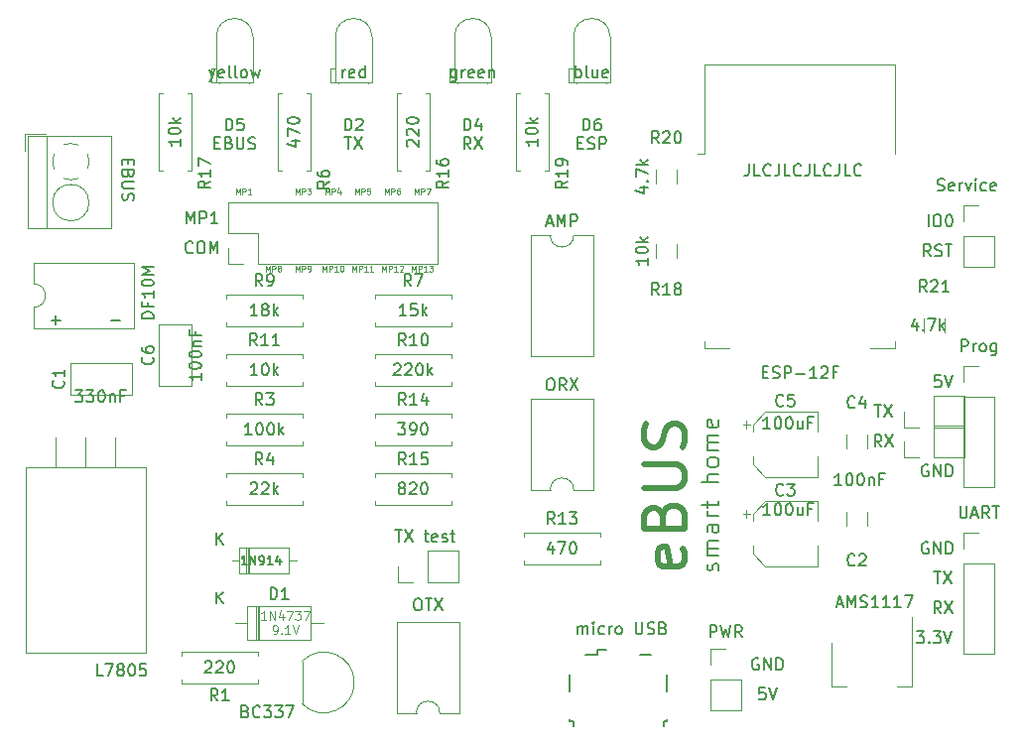
<source format=gbr>
%TF.GenerationSoftware,KiCad,Pcbnew,5.1.5+dfsg1-2build2*%
%TF.CreationDate,2021-10-28T20:34:33+02:00*%
%TF.ProjectId,ebus,65627573-2e6b-4696-9361-645f70636258,rev?*%
%TF.SameCoordinates,Original*%
%TF.FileFunction,Legend,Top*%
%TF.FilePolarity,Positive*%
%FSLAX46Y46*%
G04 Gerber Fmt 4.6, Leading zero omitted, Abs format (unit mm)*
G04 Created by KiCad (PCBNEW 5.1.5+dfsg1-2build2) date 2021-10-28 20:34:33*
%MOMM*%
%LPD*%
G04 APERTURE LIST*
%ADD10C,0.125000*%
%ADD11C,0.150000*%
%ADD12C,0.500000*%
%ADD13C,0.120000*%
G04 APERTURE END LIST*
D10*
X73529142Y-100810190D02*
X73529142Y-100310190D01*
X73695809Y-100667333D01*
X73862476Y-100310190D01*
X73862476Y-100810190D01*
X74100571Y-100810190D02*
X74100571Y-100310190D01*
X74291047Y-100310190D01*
X74338666Y-100334000D01*
X74362476Y-100357809D01*
X74386285Y-100405428D01*
X74386285Y-100476857D01*
X74362476Y-100524476D01*
X74338666Y-100548285D01*
X74291047Y-100572095D01*
X74100571Y-100572095D01*
X74862476Y-100810190D02*
X74576761Y-100810190D01*
X74719619Y-100810190D02*
X74719619Y-100310190D01*
X74672000Y-100381619D01*
X74624380Y-100429238D01*
X74576761Y-100453047D01*
X75029142Y-100310190D02*
X75338666Y-100310190D01*
X75172000Y-100500666D01*
X75243428Y-100500666D01*
X75291047Y-100524476D01*
X75314857Y-100548285D01*
X75338666Y-100595904D01*
X75338666Y-100714952D01*
X75314857Y-100762571D01*
X75291047Y-100786380D01*
X75243428Y-100810190D01*
X75100571Y-100810190D01*
X75052952Y-100786380D01*
X75029142Y-100762571D01*
X70989142Y-100810190D02*
X70989142Y-100310190D01*
X71155809Y-100667333D01*
X71322476Y-100310190D01*
X71322476Y-100810190D01*
X71560571Y-100810190D02*
X71560571Y-100310190D01*
X71751047Y-100310190D01*
X71798666Y-100334000D01*
X71822476Y-100357809D01*
X71846285Y-100405428D01*
X71846285Y-100476857D01*
X71822476Y-100524476D01*
X71798666Y-100548285D01*
X71751047Y-100572095D01*
X71560571Y-100572095D01*
X72322476Y-100810190D02*
X72036761Y-100810190D01*
X72179619Y-100810190D02*
X72179619Y-100310190D01*
X72132000Y-100381619D01*
X72084380Y-100429238D01*
X72036761Y-100453047D01*
X72512952Y-100357809D02*
X72536761Y-100334000D01*
X72584380Y-100310190D01*
X72703428Y-100310190D01*
X72751047Y-100334000D01*
X72774857Y-100357809D01*
X72798666Y-100405428D01*
X72798666Y-100453047D01*
X72774857Y-100524476D01*
X72489142Y-100810190D01*
X72798666Y-100810190D01*
X68449142Y-100810190D02*
X68449142Y-100310190D01*
X68615809Y-100667333D01*
X68782476Y-100310190D01*
X68782476Y-100810190D01*
X69020571Y-100810190D02*
X69020571Y-100310190D01*
X69211047Y-100310190D01*
X69258666Y-100334000D01*
X69282476Y-100357809D01*
X69306285Y-100405428D01*
X69306285Y-100476857D01*
X69282476Y-100524476D01*
X69258666Y-100548285D01*
X69211047Y-100572095D01*
X69020571Y-100572095D01*
X69782476Y-100810190D02*
X69496761Y-100810190D01*
X69639619Y-100810190D02*
X69639619Y-100310190D01*
X69592000Y-100381619D01*
X69544380Y-100429238D01*
X69496761Y-100453047D01*
X70258666Y-100810190D02*
X69972952Y-100810190D01*
X70115809Y-100810190D02*
X70115809Y-100310190D01*
X70068190Y-100381619D01*
X70020571Y-100429238D01*
X69972952Y-100453047D01*
X65909142Y-100810190D02*
X65909142Y-100310190D01*
X66075809Y-100667333D01*
X66242476Y-100310190D01*
X66242476Y-100810190D01*
X66480571Y-100810190D02*
X66480571Y-100310190D01*
X66671047Y-100310190D01*
X66718666Y-100334000D01*
X66742476Y-100357809D01*
X66766285Y-100405428D01*
X66766285Y-100476857D01*
X66742476Y-100524476D01*
X66718666Y-100548285D01*
X66671047Y-100572095D01*
X66480571Y-100572095D01*
X67242476Y-100810190D02*
X66956761Y-100810190D01*
X67099619Y-100810190D02*
X67099619Y-100310190D01*
X67052000Y-100381619D01*
X67004380Y-100429238D01*
X66956761Y-100453047D01*
X67552000Y-100310190D02*
X67599619Y-100310190D01*
X67647238Y-100334000D01*
X67671047Y-100357809D01*
X67694857Y-100405428D01*
X67718666Y-100500666D01*
X67718666Y-100619714D01*
X67694857Y-100714952D01*
X67671047Y-100762571D01*
X67647238Y-100786380D01*
X67599619Y-100810190D01*
X67552000Y-100810190D01*
X67504380Y-100786380D01*
X67480571Y-100762571D01*
X67456761Y-100714952D01*
X67432952Y-100619714D01*
X67432952Y-100500666D01*
X67456761Y-100405428D01*
X67480571Y-100357809D01*
X67504380Y-100334000D01*
X67552000Y-100310190D01*
X63607238Y-100810190D02*
X63607238Y-100310190D01*
X63773904Y-100667333D01*
X63940571Y-100310190D01*
X63940571Y-100810190D01*
X64178666Y-100810190D02*
X64178666Y-100310190D01*
X64369142Y-100310190D01*
X64416761Y-100334000D01*
X64440571Y-100357809D01*
X64464380Y-100405428D01*
X64464380Y-100476857D01*
X64440571Y-100524476D01*
X64416761Y-100548285D01*
X64369142Y-100572095D01*
X64178666Y-100572095D01*
X64702476Y-100810190D02*
X64797714Y-100810190D01*
X64845333Y-100786380D01*
X64869142Y-100762571D01*
X64916761Y-100691142D01*
X64940571Y-100595904D01*
X64940571Y-100405428D01*
X64916761Y-100357809D01*
X64892952Y-100334000D01*
X64845333Y-100310190D01*
X64750095Y-100310190D01*
X64702476Y-100334000D01*
X64678666Y-100357809D01*
X64654857Y-100405428D01*
X64654857Y-100524476D01*
X64678666Y-100572095D01*
X64702476Y-100595904D01*
X64750095Y-100619714D01*
X64845333Y-100619714D01*
X64892952Y-100595904D01*
X64916761Y-100572095D01*
X64940571Y-100524476D01*
X61067238Y-100810190D02*
X61067238Y-100310190D01*
X61233904Y-100667333D01*
X61400571Y-100310190D01*
X61400571Y-100810190D01*
X61638666Y-100810190D02*
X61638666Y-100310190D01*
X61829142Y-100310190D01*
X61876761Y-100334000D01*
X61900571Y-100357809D01*
X61924380Y-100405428D01*
X61924380Y-100476857D01*
X61900571Y-100524476D01*
X61876761Y-100548285D01*
X61829142Y-100572095D01*
X61638666Y-100572095D01*
X62210095Y-100524476D02*
X62162476Y-100500666D01*
X62138666Y-100476857D01*
X62114857Y-100429238D01*
X62114857Y-100405428D01*
X62138666Y-100357809D01*
X62162476Y-100334000D01*
X62210095Y-100310190D01*
X62305333Y-100310190D01*
X62352952Y-100334000D01*
X62376761Y-100357809D01*
X62400571Y-100405428D01*
X62400571Y-100429238D01*
X62376761Y-100476857D01*
X62352952Y-100500666D01*
X62305333Y-100524476D01*
X62210095Y-100524476D01*
X62162476Y-100548285D01*
X62138666Y-100572095D01*
X62114857Y-100619714D01*
X62114857Y-100714952D01*
X62138666Y-100762571D01*
X62162476Y-100786380D01*
X62210095Y-100810190D01*
X62305333Y-100810190D01*
X62352952Y-100786380D01*
X62376761Y-100762571D01*
X62400571Y-100714952D01*
X62400571Y-100619714D01*
X62376761Y-100572095D01*
X62352952Y-100548285D01*
X62305333Y-100524476D01*
X73767238Y-94206190D02*
X73767238Y-93706190D01*
X73933904Y-94063333D01*
X74100571Y-93706190D01*
X74100571Y-94206190D01*
X74338666Y-94206190D02*
X74338666Y-93706190D01*
X74529142Y-93706190D01*
X74576761Y-93730000D01*
X74600571Y-93753809D01*
X74624380Y-93801428D01*
X74624380Y-93872857D01*
X74600571Y-93920476D01*
X74576761Y-93944285D01*
X74529142Y-93968095D01*
X74338666Y-93968095D01*
X74791047Y-93706190D02*
X75124380Y-93706190D01*
X74910095Y-94206190D01*
X71227238Y-94206190D02*
X71227238Y-93706190D01*
X71393904Y-94063333D01*
X71560571Y-93706190D01*
X71560571Y-94206190D01*
X71798666Y-94206190D02*
X71798666Y-93706190D01*
X71989142Y-93706190D01*
X72036761Y-93730000D01*
X72060571Y-93753809D01*
X72084380Y-93801428D01*
X72084380Y-93872857D01*
X72060571Y-93920476D01*
X72036761Y-93944285D01*
X71989142Y-93968095D01*
X71798666Y-93968095D01*
X72512952Y-93706190D02*
X72417714Y-93706190D01*
X72370095Y-93730000D01*
X72346285Y-93753809D01*
X72298666Y-93825238D01*
X72274857Y-93920476D01*
X72274857Y-94110952D01*
X72298666Y-94158571D01*
X72322476Y-94182380D01*
X72370095Y-94206190D01*
X72465333Y-94206190D01*
X72512952Y-94182380D01*
X72536761Y-94158571D01*
X72560571Y-94110952D01*
X72560571Y-93991904D01*
X72536761Y-93944285D01*
X72512952Y-93920476D01*
X72465333Y-93896666D01*
X72370095Y-93896666D01*
X72322476Y-93920476D01*
X72298666Y-93944285D01*
X72274857Y-93991904D01*
X68687238Y-94206190D02*
X68687238Y-93706190D01*
X68853904Y-94063333D01*
X69020571Y-93706190D01*
X69020571Y-94206190D01*
X69258666Y-94206190D02*
X69258666Y-93706190D01*
X69449142Y-93706190D01*
X69496761Y-93730000D01*
X69520571Y-93753809D01*
X69544380Y-93801428D01*
X69544380Y-93872857D01*
X69520571Y-93920476D01*
X69496761Y-93944285D01*
X69449142Y-93968095D01*
X69258666Y-93968095D01*
X69996761Y-93706190D02*
X69758666Y-93706190D01*
X69734857Y-93944285D01*
X69758666Y-93920476D01*
X69806285Y-93896666D01*
X69925333Y-93896666D01*
X69972952Y-93920476D01*
X69996761Y-93944285D01*
X70020571Y-93991904D01*
X70020571Y-94110952D01*
X69996761Y-94158571D01*
X69972952Y-94182380D01*
X69925333Y-94206190D01*
X69806285Y-94206190D01*
X69758666Y-94182380D01*
X69734857Y-94158571D01*
X66147238Y-94206190D02*
X66147238Y-93706190D01*
X66313904Y-94063333D01*
X66480571Y-93706190D01*
X66480571Y-94206190D01*
X66718666Y-94206190D02*
X66718666Y-93706190D01*
X66909142Y-93706190D01*
X66956761Y-93730000D01*
X66980571Y-93753809D01*
X67004380Y-93801428D01*
X67004380Y-93872857D01*
X66980571Y-93920476D01*
X66956761Y-93944285D01*
X66909142Y-93968095D01*
X66718666Y-93968095D01*
X67432952Y-93872857D02*
X67432952Y-94206190D01*
X67313904Y-93682380D02*
X67194857Y-94039523D01*
X67504380Y-94039523D01*
X63607238Y-94206190D02*
X63607238Y-93706190D01*
X63773904Y-94063333D01*
X63940571Y-93706190D01*
X63940571Y-94206190D01*
X64178666Y-94206190D02*
X64178666Y-93706190D01*
X64369142Y-93706190D01*
X64416761Y-93730000D01*
X64440571Y-93753809D01*
X64464380Y-93801428D01*
X64464380Y-93872857D01*
X64440571Y-93920476D01*
X64416761Y-93944285D01*
X64369142Y-93968095D01*
X64178666Y-93968095D01*
X64631047Y-93706190D02*
X64940571Y-93706190D01*
X64773904Y-93896666D01*
X64845333Y-93896666D01*
X64892952Y-93920476D01*
X64916761Y-93944285D01*
X64940571Y-93991904D01*
X64940571Y-94110952D01*
X64916761Y-94158571D01*
X64892952Y-94182380D01*
X64845333Y-94206190D01*
X64702476Y-94206190D01*
X64654857Y-94182380D01*
X64631047Y-94158571D01*
X58527238Y-94206190D02*
X58527238Y-93706190D01*
X58693904Y-94063333D01*
X58860571Y-93706190D01*
X58860571Y-94206190D01*
X59098666Y-94206190D02*
X59098666Y-93706190D01*
X59289142Y-93706190D01*
X59336761Y-93730000D01*
X59360571Y-93753809D01*
X59384380Y-93801428D01*
X59384380Y-93872857D01*
X59360571Y-93920476D01*
X59336761Y-93944285D01*
X59289142Y-93968095D01*
X59098666Y-93968095D01*
X59860571Y-94206190D02*
X59574857Y-94206190D01*
X59717714Y-94206190D02*
X59717714Y-93706190D01*
X59670095Y-93777619D01*
X59622476Y-93825238D01*
X59574857Y-93849047D01*
D11*
X54316476Y-96718380D02*
X54316476Y-95718380D01*
X54649809Y-96432666D01*
X54983142Y-95718380D01*
X54983142Y-96718380D01*
X55459333Y-96718380D02*
X55459333Y-95718380D01*
X55840285Y-95718380D01*
X55935523Y-95766000D01*
X55983142Y-95813619D01*
X56030761Y-95908857D01*
X56030761Y-96051714D01*
X55983142Y-96146952D01*
X55935523Y-96194571D01*
X55840285Y-96242190D01*
X55459333Y-96242190D01*
X56983142Y-96718380D02*
X56411714Y-96718380D01*
X56697428Y-96718380D02*
X56697428Y-95718380D01*
X56602190Y-95861238D01*
X56506952Y-95956476D01*
X56411714Y-96004095D01*
X54840285Y-99163142D02*
X54792666Y-99210761D01*
X54649809Y-99258380D01*
X54554571Y-99258380D01*
X54411714Y-99210761D01*
X54316476Y-99115523D01*
X54268857Y-99020285D01*
X54221238Y-98829809D01*
X54221238Y-98686952D01*
X54268857Y-98496476D01*
X54316476Y-98401238D01*
X54411714Y-98306000D01*
X54554571Y-98258380D01*
X54649809Y-98258380D01*
X54792666Y-98306000D01*
X54840285Y-98353619D01*
X55459333Y-98258380D02*
X55649809Y-98258380D01*
X55745047Y-98306000D01*
X55840285Y-98401238D01*
X55887904Y-98591714D01*
X55887904Y-98925047D01*
X55840285Y-99115523D01*
X55745047Y-99210761D01*
X55649809Y-99258380D01*
X55459333Y-99258380D01*
X55364095Y-99210761D01*
X55268857Y-99115523D01*
X55221238Y-98925047D01*
X55221238Y-98591714D01*
X55268857Y-98401238D01*
X55364095Y-98306000D01*
X55459333Y-98258380D01*
X56316476Y-99258380D02*
X56316476Y-98258380D01*
X56649809Y-98972666D01*
X56983142Y-98258380D01*
X56983142Y-99258380D01*
X102314952Y-91654380D02*
X102314952Y-92368666D01*
X102267333Y-92511523D01*
X102172095Y-92606761D01*
X102029238Y-92654380D01*
X101934000Y-92654380D01*
X103267333Y-92654380D02*
X102791142Y-92654380D01*
X102791142Y-91654380D01*
X104172095Y-92559142D02*
X104124476Y-92606761D01*
X103981619Y-92654380D01*
X103886380Y-92654380D01*
X103743523Y-92606761D01*
X103648285Y-92511523D01*
X103600666Y-92416285D01*
X103553047Y-92225809D01*
X103553047Y-92082952D01*
X103600666Y-91892476D01*
X103648285Y-91797238D01*
X103743523Y-91702000D01*
X103886380Y-91654380D01*
X103981619Y-91654380D01*
X104124476Y-91702000D01*
X104172095Y-91749619D01*
X104886380Y-91654380D02*
X104886380Y-92368666D01*
X104838761Y-92511523D01*
X104743523Y-92606761D01*
X104600666Y-92654380D01*
X104505428Y-92654380D01*
X105838761Y-92654380D02*
X105362571Y-92654380D01*
X105362571Y-91654380D01*
X106743523Y-92559142D02*
X106695904Y-92606761D01*
X106553047Y-92654380D01*
X106457809Y-92654380D01*
X106314952Y-92606761D01*
X106219714Y-92511523D01*
X106172095Y-92416285D01*
X106124476Y-92225809D01*
X106124476Y-92082952D01*
X106172095Y-91892476D01*
X106219714Y-91797238D01*
X106314952Y-91702000D01*
X106457809Y-91654380D01*
X106553047Y-91654380D01*
X106695904Y-91702000D01*
X106743523Y-91749619D01*
X107457809Y-91654380D02*
X107457809Y-92368666D01*
X107410190Y-92511523D01*
X107314952Y-92606761D01*
X107172095Y-92654380D01*
X107076857Y-92654380D01*
X108410190Y-92654380D02*
X107934000Y-92654380D01*
X107934000Y-91654380D01*
X109314952Y-92559142D02*
X109267333Y-92606761D01*
X109124476Y-92654380D01*
X109029238Y-92654380D01*
X108886380Y-92606761D01*
X108791142Y-92511523D01*
X108743523Y-92416285D01*
X108695904Y-92225809D01*
X108695904Y-92082952D01*
X108743523Y-91892476D01*
X108791142Y-91797238D01*
X108886380Y-91702000D01*
X109029238Y-91654380D01*
X109124476Y-91654380D01*
X109267333Y-91702000D01*
X109314952Y-91749619D01*
X110029238Y-91654380D02*
X110029238Y-92368666D01*
X109981619Y-92511523D01*
X109886380Y-92606761D01*
X109743523Y-92654380D01*
X109648285Y-92654380D01*
X110981619Y-92654380D02*
X110505428Y-92654380D01*
X110505428Y-91654380D01*
X111886380Y-92559142D02*
X111838761Y-92606761D01*
X111695904Y-92654380D01*
X111600666Y-92654380D01*
X111457809Y-92606761D01*
X111362571Y-92511523D01*
X111314952Y-92416285D01*
X111267333Y-92225809D01*
X111267333Y-92082952D01*
X111314952Y-91892476D01*
X111362571Y-91797238D01*
X111457809Y-91702000D01*
X111600666Y-91654380D01*
X111695904Y-91654380D01*
X111838761Y-91702000D01*
X111886380Y-91749619D01*
X99667142Y-126352285D02*
X99738571Y-126209428D01*
X99738571Y-125923714D01*
X99667142Y-125780857D01*
X99524285Y-125709428D01*
X99452857Y-125709428D01*
X99310000Y-125780857D01*
X99238571Y-125923714D01*
X99238571Y-126138000D01*
X99167142Y-126280857D01*
X99024285Y-126352285D01*
X98952857Y-126352285D01*
X98810000Y-126280857D01*
X98738571Y-126138000D01*
X98738571Y-125923714D01*
X98810000Y-125780857D01*
X99738571Y-125066571D02*
X98738571Y-125066571D01*
X98881428Y-125066571D02*
X98810000Y-124995142D01*
X98738571Y-124852285D01*
X98738571Y-124638000D01*
X98810000Y-124495142D01*
X98952857Y-124423714D01*
X99738571Y-124423714D01*
X98952857Y-124423714D02*
X98810000Y-124352285D01*
X98738571Y-124209428D01*
X98738571Y-123995142D01*
X98810000Y-123852285D01*
X98952857Y-123780857D01*
X99738571Y-123780857D01*
X99738571Y-122423714D02*
X98952857Y-122423714D01*
X98810000Y-122495142D01*
X98738571Y-122638000D01*
X98738571Y-122923714D01*
X98810000Y-123066571D01*
X99667142Y-122423714D02*
X99738571Y-122566571D01*
X99738571Y-122923714D01*
X99667142Y-123066571D01*
X99524285Y-123138000D01*
X99381428Y-123138000D01*
X99238571Y-123066571D01*
X99167142Y-122923714D01*
X99167142Y-122566571D01*
X99095714Y-122423714D01*
X99738571Y-121709428D02*
X98738571Y-121709428D01*
X99024285Y-121709428D02*
X98881428Y-121638000D01*
X98810000Y-121566571D01*
X98738571Y-121423714D01*
X98738571Y-121280857D01*
X98738571Y-120995142D02*
X98738571Y-120423714D01*
X98238571Y-120780857D02*
X99524285Y-120780857D01*
X99667142Y-120709428D01*
X99738571Y-120566571D01*
X99738571Y-120423714D01*
X99738571Y-118780857D02*
X98238571Y-118780857D01*
X99738571Y-118138000D02*
X98952857Y-118138000D01*
X98810000Y-118209428D01*
X98738571Y-118352285D01*
X98738571Y-118566571D01*
X98810000Y-118709428D01*
X98881428Y-118780857D01*
X99738571Y-117209428D02*
X99667142Y-117352285D01*
X99595714Y-117423714D01*
X99452857Y-117495142D01*
X99024285Y-117495142D01*
X98881428Y-117423714D01*
X98810000Y-117352285D01*
X98738571Y-117209428D01*
X98738571Y-116995142D01*
X98810000Y-116852285D01*
X98881428Y-116780857D01*
X99024285Y-116709428D01*
X99452857Y-116709428D01*
X99595714Y-116780857D01*
X99667142Y-116852285D01*
X99738571Y-116995142D01*
X99738571Y-117209428D01*
X99738571Y-116066571D02*
X98738571Y-116066571D01*
X98881428Y-116066571D02*
X98810000Y-115995142D01*
X98738571Y-115852285D01*
X98738571Y-115638000D01*
X98810000Y-115495142D01*
X98952857Y-115423714D01*
X99738571Y-115423714D01*
X98952857Y-115423714D02*
X98810000Y-115352285D01*
X98738571Y-115209428D01*
X98738571Y-114995142D01*
X98810000Y-114852285D01*
X98952857Y-114780857D01*
X99738571Y-114780857D01*
X99667142Y-113495142D02*
X99738571Y-113638000D01*
X99738571Y-113923714D01*
X99667142Y-114066571D01*
X99524285Y-114138000D01*
X98952857Y-114138000D01*
X98810000Y-114066571D01*
X98738571Y-113923714D01*
X98738571Y-113638000D01*
X98810000Y-113495142D01*
X98952857Y-113423714D01*
X99095714Y-113423714D01*
X99238571Y-114138000D01*
X109839523Y-129198666D02*
X110315714Y-129198666D01*
X109744285Y-129484380D02*
X110077619Y-128484380D01*
X110410952Y-129484380D01*
X110744285Y-129484380D02*
X110744285Y-128484380D01*
X111077619Y-129198666D01*
X111410952Y-128484380D01*
X111410952Y-129484380D01*
X111839523Y-129436761D02*
X111982380Y-129484380D01*
X112220476Y-129484380D01*
X112315714Y-129436761D01*
X112363333Y-129389142D01*
X112410952Y-129293904D01*
X112410952Y-129198666D01*
X112363333Y-129103428D01*
X112315714Y-129055809D01*
X112220476Y-129008190D01*
X112030000Y-128960571D01*
X111934761Y-128912952D01*
X111887142Y-128865333D01*
X111839523Y-128770095D01*
X111839523Y-128674857D01*
X111887142Y-128579619D01*
X111934761Y-128532000D01*
X112030000Y-128484380D01*
X112268095Y-128484380D01*
X112410952Y-128532000D01*
X113363333Y-129484380D02*
X112791904Y-129484380D01*
X113077619Y-129484380D02*
X113077619Y-128484380D01*
X112982380Y-128627238D01*
X112887142Y-128722476D01*
X112791904Y-128770095D01*
X114315714Y-129484380D02*
X113744285Y-129484380D01*
X114030000Y-129484380D02*
X114030000Y-128484380D01*
X113934761Y-128627238D01*
X113839523Y-128722476D01*
X113744285Y-128770095D01*
X115268095Y-129484380D02*
X114696666Y-129484380D01*
X114982380Y-129484380D02*
X114982380Y-128484380D01*
X114887142Y-128627238D01*
X114791904Y-128722476D01*
X114696666Y-128770095D01*
X115601428Y-128484380D02*
X116268095Y-128484380D01*
X115839523Y-129484380D01*
X85288571Y-109942380D02*
X85479047Y-109942380D01*
X85574285Y-109990000D01*
X85669523Y-110085238D01*
X85717142Y-110275714D01*
X85717142Y-110609047D01*
X85669523Y-110799523D01*
X85574285Y-110894761D01*
X85479047Y-110942380D01*
X85288571Y-110942380D01*
X85193333Y-110894761D01*
X85098095Y-110799523D01*
X85050476Y-110609047D01*
X85050476Y-110275714D01*
X85098095Y-110085238D01*
X85193333Y-109990000D01*
X85288571Y-109942380D01*
X86717142Y-110942380D02*
X86383809Y-110466190D01*
X86145714Y-110942380D02*
X86145714Y-109942380D01*
X86526666Y-109942380D01*
X86621904Y-109990000D01*
X86669523Y-110037619D01*
X86717142Y-110132857D01*
X86717142Y-110275714D01*
X86669523Y-110370952D01*
X86621904Y-110418571D01*
X86526666Y-110466190D01*
X86145714Y-110466190D01*
X87050476Y-109942380D02*
X87717142Y-110942380D01*
X87717142Y-109942380D02*
X87050476Y-110942380D01*
X85050476Y-96686666D02*
X85526666Y-96686666D01*
X84955238Y-96972380D02*
X85288571Y-95972380D01*
X85621904Y-96972380D01*
X85955238Y-96972380D02*
X85955238Y-95972380D01*
X86288571Y-96686666D01*
X86621904Y-95972380D01*
X86621904Y-96972380D01*
X87098095Y-96972380D02*
X87098095Y-95972380D01*
X87479047Y-95972380D01*
X87574285Y-96020000D01*
X87621904Y-96067619D01*
X87669523Y-96162857D01*
X87669523Y-96305714D01*
X87621904Y-96400952D01*
X87574285Y-96448571D01*
X87479047Y-96496190D01*
X87098095Y-96496190D01*
X103489523Y-109402571D02*
X103822857Y-109402571D01*
X103965714Y-109926380D02*
X103489523Y-109926380D01*
X103489523Y-108926380D01*
X103965714Y-108926380D01*
X104346666Y-109878761D02*
X104489523Y-109926380D01*
X104727619Y-109926380D01*
X104822857Y-109878761D01*
X104870476Y-109831142D01*
X104918095Y-109735904D01*
X104918095Y-109640666D01*
X104870476Y-109545428D01*
X104822857Y-109497809D01*
X104727619Y-109450190D01*
X104537142Y-109402571D01*
X104441904Y-109354952D01*
X104394285Y-109307333D01*
X104346666Y-109212095D01*
X104346666Y-109116857D01*
X104394285Y-109021619D01*
X104441904Y-108974000D01*
X104537142Y-108926380D01*
X104775238Y-108926380D01*
X104918095Y-108974000D01*
X105346666Y-109926380D02*
X105346666Y-108926380D01*
X105727619Y-108926380D01*
X105822857Y-108974000D01*
X105870476Y-109021619D01*
X105918095Y-109116857D01*
X105918095Y-109259714D01*
X105870476Y-109354952D01*
X105822857Y-109402571D01*
X105727619Y-109450190D01*
X105346666Y-109450190D01*
X106346666Y-109545428D02*
X107108571Y-109545428D01*
X108108571Y-109926380D02*
X107537142Y-109926380D01*
X107822857Y-109926380D02*
X107822857Y-108926380D01*
X107727619Y-109069238D01*
X107632380Y-109164476D01*
X107537142Y-109212095D01*
X108489523Y-109021619D02*
X108537142Y-108974000D01*
X108632380Y-108926380D01*
X108870476Y-108926380D01*
X108965714Y-108974000D01*
X109013333Y-109021619D01*
X109060952Y-109116857D01*
X109060952Y-109212095D01*
X109013333Y-109354952D01*
X108441904Y-109926380D01*
X109060952Y-109926380D01*
X109822857Y-109402571D02*
X109489523Y-109402571D01*
X109489523Y-109926380D02*
X109489523Y-108926380D01*
X109965714Y-108926380D01*
X51506380Y-104830285D02*
X50506380Y-104830285D01*
X50506380Y-104592190D01*
X50554000Y-104449333D01*
X50649238Y-104354095D01*
X50744476Y-104306476D01*
X50934952Y-104258857D01*
X51077809Y-104258857D01*
X51268285Y-104306476D01*
X51363523Y-104354095D01*
X51458761Y-104449333D01*
X51506380Y-104592190D01*
X51506380Y-104830285D01*
X50982571Y-103496952D02*
X50982571Y-103830285D01*
X51506380Y-103830285D02*
X50506380Y-103830285D01*
X50506380Y-103354095D01*
X51506380Y-102449333D02*
X51506380Y-103020761D01*
X51506380Y-102735047D02*
X50506380Y-102735047D01*
X50649238Y-102830285D01*
X50744476Y-102925523D01*
X50792095Y-103020761D01*
X50506380Y-101830285D02*
X50506380Y-101735047D01*
X50554000Y-101639809D01*
X50601619Y-101592190D01*
X50696857Y-101544571D01*
X50887333Y-101496952D01*
X51125428Y-101496952D01*
X51315904Y-101544571D01*
X51411142Y-101592190D01*
X51458761Y-101639809D01*
X51506380Y-101735047D01*
X51506380Y-101830285D01*
X51458761Y-101925523D01*
X51411142Y-101973142D01*
X51315904Y-102020761D01*
X51125428Y-102068380D01*
X50887333Y-102068380D01*
X50696857Y-102020761D01*
X50601619Y-101973142D01*
X50554000Y-101925523D01*
X50506380Y-101830285D01*
X51506380Y-101068380D02*
X50506380Y-101068380D01*
X51220666Y-100735047D01*
X50506380Y-100401714D01*
X51506380Y-100401714D01*
X47172761Y-135326380D02*
X46696571Y-135326380D01*
X46696571Y-134326380D01*
X47410857Y-134326380D02*
X48077523Y-134326380D01*
X47648952Y-135326380D01*
X48601333Y-134754952D02*
X48506095Y-134707333D01*
X48458476Y-134659714D01*
X48410857Y-134564476D01*
X48410857Y-134516857D01*
X48458476Y-134421619D01*
X48506095Y-134374000D01*
X48601333Y-134326380D01*
X48791809Y-134326380D01*
X48887047Y-134374000D01*
X48934666Y-134421619D01*
X48982285Y-134516857D01*
X48982285Y-134564476D01*
X48934666Y-134659714D01*
X48887047Y-134707333D01*
X48791809Y-134754952D01*
X48601333Y-134754952D01*
X48506095Y-134802571D01*
X48458476Y-134850190D01*
X48410857Y-134945428D01*
X48410857Y-135135904D01*
X48458476Y-135231142D01*
X48506095Y-135278761D01*
X48601333Y-135326380D01*
X48791809Y-135326380D01*
X48887047Y-135278761D01*
X48934666Y-135231142D01*
X48982285Y-135135904D01*
X48982285Y-134945428D01*
X48934666Y-134850190D01*
X48887047Y-134802571D01*
X48791809Y-134754952D01*
X49601333Y-134326380D02*
X49696571Y-134326380D01*
X49791809Y-134374000D01*
X49839428Y-134421619D01*
X49887047Y-134516857D01*
X49934666Y-134707333D01*
X49934666Y-134945428D01*
X49887047Y-135135904D01*
X49839428Y-135231142D01*
X49791809Y-135278761D01*
X49696571Y-135326380D01*
X49601333Y-135326380D01*
X49506095Y-135278761D01*
X49458476Y-135231142D01*
X49410857Y-135135904D01*
X49363238Y-134945428D01*
X49363238Y-134707333D01*
X49410857Y-134516857D01*
X49458476Y-134421619D01*
X49506095Y-134374000D01*
X49601333Y-134326380D01*
X50839428Y-134326380D02*
X50363238Y-134326380D01*
X50315619Y-134802571D01*
X50363238Y-134754952D01*
X50458476Y-134707333D01*
X50696571Y-134707333D01*
X50791809Y-134754952D01*
X50839428Y-134802571D01*
X50887047Y-134897809D01*
X50887047Y-135135904D01*
X50839428Y-135231142D01*
X50791809Y-135278761D01*
X50696571Y-135326380D01*
X50458476Y-135326380D01*
X50363238Y-135278761D01*
X50315619Y-135231142D01*
X59356857Y-138358571D02*
X59499714Y-138406190D01*
X59547333Y-138453809D01*
X59594952Y-138549047D01*
X59594952Y-138691904D01*
X59547333Y-138787142D01*
X59499714Y-138834761D01*
X59404476Y-138882380D01*
X59023523Y-138882380D01*
X59023523Y-137882380D01*
X59356857Y-137882380D01*
X59452095Y-137930000D01*
X59499714Y-137977619D01*
X59547333Y-138072857D01*
X59547333Y-138168095D01*
X59499714Y-138263333D01*
X59452095Y-138310952D01*
X59356857Y-138358571D01*
X59023523Y-138358571D01*
X60594952Y-138787142D02*
X60547333Y-138834761D01*
X60404476Y-138882380D01*
X60309238Y-138882380D01*
X60166380Y-138834761D01*
X60071142Y-138739523D01*
X60023523Y-138644285D01*
X59975904Y-138453809D01*
X59975904Y-138310952D01*
X60023523Y-138120476D01*
X60071142Y-138025238D01*
X60166380Y-137930000D01*
X60309238Y-137882380D01*
X60404476Y-137882380D01*
X60547333Y-137930000D01*
X60594952Y-137977619D01*
X60928285Y-137882380D02*
X61547333Y-137882380D01*
X61214000Y-138263333D01*
X61356857Y-138263333D01*
X61452095Y-138310952D01*
X61499714Y-138358571D01*
X61547333Y-138453809D01*
X61547333Y-138691904D01*
X61499714Y-138787142D01*
X61452095Y-138834761D01*
X61356857Y-138882380D01*
X61071142Y-138882380D01*
X60975904Y-138834761D01*
X60928285Y-138787142D01*
X61880666Y-137882380D02*
X62499714Y-137882380D01*
X62166380Y-138263333D01*
X62309238Y-138263333D01*
X62404476Y-138310952D01*
X62452095Y-138358571D01*
X62499714Y-138453809D01*
X62499714Y-138691904D01*
X62452095Y-138787142D01*
X62404476Y-138834761D01*
X62309238Y-138882380D01*
X62023523Y-138882380D01*
X61928285Y-138834761D01*
X61880666Y-138787142D01*
X62833047Y-137882380D02*
X63499714Y-137882380D01*
X63071142Y-138882380D01*
X73977619Y-128738380D02*
X74168095Y-128738380D01*
X74263333Y-128786000D01*
X74358571Y-128881238D01*
X74406190Y-129071714D01*
X74406190Y-129405047D01*
X74358571Y-129595523D01*
X74263333Y-129690761D01*
X74168095Y-129738380D01*
X73977619Y-129738380D01*
X73882380Y-129690761D01*
X73787142Y-129595523D01*
X73739523Y-129405047D01*
X73739523Y-129071714D01*
X73787142Y-128881238D01*
X73882380Y-128786000D01*
X73977619Y-128738380D01*
X74691904Y-128738380D02*
X75263333Y-128738380D01*
X74977619Y-129738380D02*
X74977619Y-128738380D01*
X75501428Y-128738380D02*
X76168095Y-129738380D01*
X76168095Y-128738380D02*
X75501428Y-129738380D01*
X87701904Y-131770380D02*
X87701904Y-131103714D01*
X87701904Y-131198952D02*
X87749523Y-131151333D01*
X87844761Y-131103714D01*
X87987619Y-131103714D01*
X88082857Y-131151333D01*
X88130476Y-131246571D01*
X88130476Y-131770380D01*
X88130476Y-131246571D02*
X88178095Y-131151333D01*
X88273333Y-131103714D01*
X88416190Y-131103714D01*
X88511428Y-131151333D01*
X88559047Y-131246571D01*
X88559047Y-131770380D01*
X89035238Y-131770380D02*
X89035238Y-131103714D01*
X89035238Y-130770380D02*
X88987619Y-130818000D01*
X89035238Y-130865619D01*
X89082857Y-130818000D01*
X89035238Y-130770380D01*
X89035238Y-130865619D01*
X89940000Y-131722761D02*
X89844761Y-131770380D01*
X89654285Y-131770380D01*
X89559047Y-131722761D01*
X89511428Y-131675142D01*
X89463809Y-131579904D01*
X89463809Y-131294190D01*
X89511428Y-131198952D01*
X89559047Y-131151333D01*
X89654285Y-131103714D01*
X89844761Y-131103714D01*
X89940000Y-131151333D01*
X90368571Y-131770380D02*
X90368571Y-131103714D01*
X90368571Y-131294190D02*
X90416190Y-131198952D01*
X90463809Y-131151333D01*
X90559047Y-131103714D01*
X90654285Y-131103714D01*
X91130476Y-131770380D02*
X91035238Y-131722761D01*
X90987619Y-131675142D01*
X90940000Y-131579904D01*
X90940000Y-131294190D01*
X90987619Y-131198952D01*
X91035238Y-131151333D01*
X91130476Y-131103714D01*
X91273333Y-131103714D01*
X91368571Y-131151333D01*
X91416190Y-131198952D01*
X91463809Y-131294190D01*
X91463809Y-131579904D01*
X91416190Y-131675142D01*
X91368571Y-131722761D01*
X91273333Y-131770380D01*
X91130476Y-131770380D01*
X92654285Y-130770380D02*
X92654285Y-131579904D01*
X92701904Y-131675142D01*
X92749523Y-131722761D01*
X92844761Y-131770380D01*
X93035238Y-131770380D01*
X93130476Y-131722761D01*
X93178095Y-131675142D01*
X93225714Y-131579904D01*
X93225714Y-130770380D01*
X93654285Y-131722761D02*
X93797142Y-131770380D01*
X94035238Y-131770380D01*
X94130476Y-131722761D01*
X94178095Y-131675142D01*
X94225714Y-131579904D01*
X94225714Y-131484666D01*
X94178095Y-131389428D01*
X94130476Y-131341809D01*
X94035238Y-131294190D01*
X93844761Y-131246571D01*
X93749523Y-131198952D01*
X93701904Y-131151333D01*
X93654285Y-131056095D01*
X93654285Y-130960857D01*
X93701904Y-130865619D01*
X93749523Y-130818000D01*
X93844761Y-130770380D01*
X94082857Y-130770380D01*
X94225714Y-130818000D01*
X94987619Y-131246571D02*
X95130476Y-131294190D01*
X95178095Y-131341809D01*
X95225714Y-131437047D01*
X95225714Y-131579904D01*
X95178095Y-131675142D01*
X95130476Y-131722761D01*
X95035238Y-131770380D01*
X94654285Y-131770380D01*
X94654285Y-130770380D01*
X94987619Y-130770380D01*
X95082857Y-130818000D01*
X95130476Y-130865619D01*
X95178095Y-130960857D01*
X95178095Y-131056095D01*
X95130476Y-131151333D01*
X95082857Y-131198952D01*
X94987619Y-131246571D01*
X94654285Y-131246571D01*
X98996666Y-132024380D02*
X98996666Y-131024380D01*
X99377619Y-131024380D01*
X99472857Y-131072000D01*
X99520476Y-131119619D01*
X99568095Y-131214857D01*
X99568095Y-131357714D01*
X99520476Y-131452952D01*
X99472857Y-131500571D01*
X99377619Y-131548190D01*
X98996666Y-131548190D01*
X99901428Y-131024380D02*
X100139523Y-132024380D01*
X100330000Y-131310095D01*
X100520476Y-132024380D01*
X100758571Y-131024380D01*
X101710952Y-132024380D02*
X101377619Y-131548190D01*
X101139523Y-132024380D02*
X101139523Y-131024380D01*
X101520476Y-131024380D01*
X101615714Y-131072000D01*
X101663333Y-131119619D01*
X101710952Y-131214857D01*
X101710952Y-131357714D01*
X101663333Y-131452952D01*
X101615714Y-131500571D01*
X101520476Y-131548190D01*
X101139523Y-131548190D01*
X120324761Y-120864380D02*
X120324761Y-121673904D01*
X120372380Y-121769142D01*
X120420000Y-121816761D01*
X120515238Y-121864380D01*
X120705714Y-121864380D01*
X120800952Y-121816761D01*
X120848571Y-121769142D01*
X120896190Y-121673904D01*
X120896190Y-120864380D01*
X121324761Y-121578666D02*
X121800952Y-121578666D01*
X121229523Y-121864380D02*
X121562857Y-120864380D01*
X121896190Y-121864380D01*
X122800952Y-121864380D02*
X122467619Y-121388190D01*
X122229523Y-121864380D02*
X122229523Y-120864380D01*
X122610476Y-120864380D01*
X122705714Y-120912000D01*
X122753333Y-120959619D01*
X122800952Y-121054857D01*
X122800952Y-121197714D01*
X122753333Y-121292952D01*
X122705714Y-121340571D01*
X122610476Y-121388190D01*
X122229523Y-121388190D01*
X123086666Y-120864380D02*
X123658095Y-120864380D01*
X123372380Y-121864380D02*
X123372380Y-120864380D01*
X120443809Y-107640380D02*
X120443809Y-106640380D01*
X120824761Y-106640380D01*
X120920000Y-106688000D01*
X120967619Y-106735619D01*
X121015238Y-106830857D01*
X121015238Y-106973714D01*
X120967619Y-107068952D01*
X120920000Y-107116571D01*
X120824761Y-107164190D01*
X120443809Y-107164190D01*
X121443809Y-107640380D02*
X121443809Y-106973714D01*
X121443809Y-107164190D02*
X121491428Y-107068952D01*
X121539047Y-107021333D01*
X121634285Y-106973714D01*
X121729523Y-106973714D01*
X122205714Y-107640380D02*
X122110476Y-107592761D01*
X122062857Y-107545142D01*
X122015238Y-107449904D01*
X122015238Y-107164190D01*
X122062857Y-107068952D01*
X122110476Y-107021333D01*
X122205714Y-106973714D01*
X122348571Y-106973714D01*
X122443809Y-107021333D01*
X122491428Y-107068952D01*
X122539047Y-107164190D01*
X122539047Y-107449904D01*
X122491428Y-107545142D01*
X122443809Y-107592761D01*
X122348571Y-107640380D01*
X122205714Y-107640380D01*
X123396190Y-106973714D02*
X123396190Y-107783238D01*
X123348571Y-107878476D01*
X123300952Y-107926095D01*
X123205714Y-107973714D01*
X123062857Y-107973714D01*
X122967619Y-107926095D01*
X123396190Y-107592761D02*
X123300952Y-107640380D01*
X123110476Y-107640380D01*
X123015238Y-107592761D01*
X122967619Y-107545142D01*
X122920000Y-107449904D01*
X122920000Y-107164190D01*
X122967619Y-107068952D01*
X123015238Y-107021333D01*
X123110476Y-106973714D01*
X123300952Y-106973714D01*
X123396190Y-107021333D01*
X118404000Y-93876761D02*
X118546857Y-93924380D01*
X118784952Y-93924380D01*
X118880190Y-93876761D01*
X118927809Y-93829142D01*
X118975428Y-93733904D01*
X118975428Y-93638666D01*
X118927809Y-93543428D01*
X118880190Y-93495809D01*
X118784952Y-93448190D01*
X118594476Y-93400571D01*
X118499238Y-93352952D01*
X118451619Y-93305333D01*
X118404000Y-93210095D01*
X118404000Y-93114857D01*
X118451619Y-93019619D01*
X118499238Y-92972000D01*
X118594476Y-92924380D01*
X118832571Y-92924380D01*
X118975428Y-92972000D01*
X119784952Y-93876761D02*
X119689714Y-93924380D01*
X119499238Y-93924380D01*
X119404000Y-93876761D01*
X119356380Y-93781523D01*
X119356380Y-93400571D01*
X119404000Y-93305333D01*
X119499238Y-93257714D01*
X119689714Y-93257714D01*
X119784952Y-93305333D01*
X119832571Y-93400571D01*
X119832571Y-93495809D01*
X119356380Y-93591047D01*
X120261142Y-93924380D02*
X120261142Y-93257714D01*
X120261142Y-93448190D02*
X120308761Y-93352952D01*
X120356380Y-93305333D01*
X120451619Y-93257714D01*
X120546857Y-93257714D01*
X120784952Y-93257714D02*
X121023047Y-93924380D01*
X121261142Y-93257714D01*
X121642095Y-93924380D02*
X121642095Y-93257714D01*
X121642095Y-92924380D02*
X121594476Y-92972000D01*
X121642095Y-93019619D01*
X121689714Y-92972000D01*
X121642095Y-92924380D01*
X121642095Y-93019619D01*
X122546857Y-93876761D02*
X122451619Y-93924380D01*
X122261142Y-93924380D01*
X122165904Y-93876761D01*
X122118285Y-93829142D01*
X122070666Y-93733904D01*
X122070666Y-93448190D01*
X122118285Y-93352952D01*
X122165904Y-93305333D01*
X122261142Y-93257714D01*
X122451619Y-93257714D01*
X122546857Y-93305333D01*
X123356380Y-93876761D02*
X123261142Y-93924380D01*
X123070666Y-93924380D01*
X122975428Y-93876761D01*
X122927809Y-93781523D01*
X122927809Y-93400571D01*
X122975428Y-93305333D01*
X123070666Y-93257714D01*
X123261142Y-93257714D01*
X123356380Y-93305333D01*
X123404000Y-93400571D01*
X123404000Y-93495809D01*
X122927809Y-93591047D01*
X59456000Y-125815285D02*
X59027428Y-125815285D01*
X59241714Y-125815285D02*
X59241714Y-125065285D01*
X59170285Y-125172428D01*
X59098857Y-125243857D01*
X59027428Y-125279571D01*
X59777428Y-125815285D02*
X59777428Y-125065285D01*
X60206000Y-125815285D01*
X60206000Y-125065285D01*
X60598857Y-125815285D02*
X60741714Y-125815285D01*
X60813142Y-125779571D01*
X60848857Y-125743857D01*
X60920285Y-125636714D01*
X60956000Y-125493857D01*
X60956000Y-125208142D01*
X60920285Y-125136714D01*
X60884571Y-125101000D01*
X60813142Y-125065285D01*
X60670285Y-125065285D01*
X60598857Y-125101000D01*
X60563142Y-125136714D01*
X60527428Y-125208142D01*
X60527428Y-125386714D01*
X60563142Y-125458142D01*
X60598857Y-125493857D01*
X60670285Y-125529571D01*
X60813142Y-125529571D01*
X60884571Y-125493857D01*
X60920285Y-125458142D01*
X60956000Y-125386714D01*
X61670285Y-125815285D02*
X61241714Y-125815285D01*
X61456000Y-125815285D02*
X61456000Y-125065285D01*
X61384571Y-125172428D01*
X61313142Y-125243857D01*
X61241714Y-125279571D01*
X62313142Y-125315285D02*
X62313142Y-125815285D01*
X62134571Y-125029571D02*
X61956000Y-125565285D01*
X62420285Y-125565285D01*
X55570380Y-109497619D02*
X55570380Y-110069047D01*
X55570380Y-109783333D02*
X54570380Y-109783333D01*
X54713238Y-109878571D01*
X54808476Y-109973809D01*
X54856095Y-110069047D01*
X54570380Y-108878571D02*
X54570380Y-108783333D01*
X54618000Y-108688095D01*
X54665619Y-108640476D01*
X54760857Y-108592857D01*
X54951333Y-108545238D01*
X55189428Y-108545238D01*
X55379904Y-108592857D01*
X55475142Y-108640476D01*
X55522761Y-108688095D01*
X55570380Y-108783333D01*
X55570380Y-108878571D01*
X55522761Y-108973809D01*
X55475142Y-109021428D01*
X55379904Y-109069047D01*
X55189428Y-109116666D01*
X54951333Y-109116666D01*
X54760857Y-109069047D01*
X54665619Y-109021428D01*
X54618000Y-108973809D01*
X54570380Y-108878571D01*
X54570380Y-107926190D02*
X54570380Y-107830952D01*
X54618000Y-107735714D01*
X54665619Y-107688095D01*
X54760857Y-107640476D01*
X54951333Y-107592857D01*
X55189428Y-107592857D01*
X55379904Y-107640476D01*
X55475142Y-107688095D01*
X55522761Y-107735714D01*
X55570380Y-107830952D01*
X55570380Y-107926190D01*
X55522761Y-108021428D01*
X55475142Y-108069047D01*
X55379904Y-108116666D01*
X55189428Y-108164285D01*
X54951333Y-108164285D01*
X54760857Y-108116666D01*
X54665619Y-108069047D01*
X54618000Y-108021428D01*
X54570380Y-107926190D01*
X54903714Y-107164285D02*
X55570380Y-107164285D01*
X54998952Y-107164285D02*
X54951333Y-107116666D01*
X54903714Y-107021428D01*
X54903714Y-106878571D01*
X54951333Y-106783333D01*
X55046571Y-106735714D01*
X55570380Y-106735714D01*
X55046571Y-105926190D02*
X55046571Y-106259523D01*
X55570380Y-106259523D02*
X54570380Y-106259523D01*
X54570380Y-105783333D01*
D12*
X96666666Y-124471333D02*
X96833333Y-124804666D01*
X96833333Y-125471333D01*
X96666666Y-125804666D01*
X96333333Y-125971333D01*
X95000000Y-125971333D01*
X94666666Y-125804666D01*
X94500000Y-125471333D01*
X94500000Y-124804666D01*
X94666666Y-124471333D01*
X95000000Y-124304666D01*
X95333333Y-124304666D01*
X95666666Y-125971333D01*
X95000000Y-121638000D02*
X95166666Y-121138000D01*
X95333333Y-120971333D01*
X95666666Y-120804666D01*
X96166666Y-120804666D01*
X96500000Y-120971333D01*
X96666666Y-121138000D01*
X96833333Y-121471333D01*
X96833333Y-122804666D01*
X93333333Y-122804666D01*
X93333333Y-121638000D01*
X93500000Y-121304666D01*
X93666666Y-121138000D01*
X94000000Y-120971333D01*
X94333333Y-120971333D01*
X94666666Y-121138000D01*
X94833333Y-121304666D01*
X95000000Y-121638000D01*
X95000000Y-122804666D01*
X93333333Y-119304666D02*
X96166666Y-119304666D01*
X96500000Y-119138000D01*
X96666666Y-118971333D01*
X96833333Y-118638000D01*
X96833333Y-117971333D01*
X96666666Y-117638000D01*
X96500000Y-117471333D01*
X96166666Y-117304666D01*
X93333333Y-117304666D01*
X96666666Y-115804666D02*
X96833333Y-115304666D01*
X96833333Y-114471333D01*
X96666666Y-114138000D01*
X96500000Y-113971333D01*
X96166666Y-113804666D01*
X95833333Y-113804666D01*
X95500000Y-113971333D01*
X95333333Y-114138000D01*
X95166666Y-114471333D01*
X95000000Y-115138000D01*
X94833333Y-115471333D01*
X94666666Y-115638000D01*
X94333333Y-115804666D01*
X94000000Y-115804666D01*
X93666666Y-115638000D01*
X93500000Y-115471333D01*
X93333333Y-115138000D01*
X93333333Y-114304666D01*
X93500000Y-113804666D01*
D11*
X116633809Y-131532380D02*
X117252857Y-131532380D01*
X116919523Y-131913333D01*
X117062380Y-131913333D01*
X117157619Y-131960952D01*
X117205238Y-132008571D01*
X117252857Y-132103809D01*
X117252857Y-132341904D01*
X117205238Y-132437142D01*
X117157619Y-132484761D01*
X117062380Y-132532380D01*
X116776666Y-132532380D01*
X116681428Y-132484761D01*
X116633809Y-132437142D01*
X117681428Y-132437142D02*
X117729047Y-132484761D01*
X117681428Y-132532380D01*
X117633809Y-132484761D01*
X117681428Y-132437142D01*
X117681428Y-132532380D01*
X118062380Y-131532380D02*
X118681428Y-131532380D01*
X118348095Y-131913333D01*
X118490952Y-131913333D01*
X118586190Y-131960952D01*
X118633809Y-132008571D01*
X118681428Y-132103809D01*
X118681428Y-132341904D01*
X118633809Y-132437142D01*
X118586190Y-132484761D01*
X118490952Y-132532380D01*
X118205238Y-132532380D01*
X118110000Y-132484761D01*
X118062380Y-132437142D01*
X118967142Y-131532380D02*
X119300476Y-132532380D01*
X119633809Y-131532380D01*
X118705333Y-129992380D02*
X118372000Y-129516190D01*
X118133904Y-129992380D02*
X118133904Y-128992380D01*
X118514857Y-128992380D01*
X118610095Y-129040000D01*
X118657714Y-129087619D01*
X118705333Y-129182857D01*
X118705333Y-129325714D01*
X118657714Y-129420952D01*
X118610095Y-129468571D01*
X118514857Y-129516190D01*
X118133904Y-129516190D01*
X119038666Y-128992380D02*
X119705333Y-129992380D01*
X119705333Y-128992380D02*
X119038666Y-129992380D01*
X118110095Y-126452380D02*
X118681523Y-126452380D01*
X118395809Y-127452380D02*
X118395809Y-126452380D01*
X118919619Y-126452380D02*
X119586285Y-127452380D01*
X119586285Y-126452380D02*
X118919619Y-127452380D01*
X117602095Y-123960000D02*
X117506857Y-123912380D01*
X117364000Y-123912380D01*
X117221142Y-123960000D01*
X117125904Y-124055238D01*
X117078285Y-124150476D01*
X117030666Y-124340952D01*
X117030666Y-124483809D01*
X117078285Y-124674285D01*
X117125904Y-124769523D01*
X117221142Y-124864761D01*
X117364000Y-124912380D01*
X117459238Y-124912380D01*
X117602095Y-124864761D01*
X117649714Y-124817142D01*
X117649714Y-124483809D01*
X117459238Y-124483809D01*
X118078285Y-124912380D02*
X118078285Y-123912380D01*
X118649714Y-124912380D01*
X118649714Y-123912380D01*
X119125904Y-124912380D02*
X119125904Y-123912380D01*
X119364000Y-123912380D01*
X119506857Y-123960000D01*
X119602095Y-124055238D01*
X119649714Y-124150476D01*
X119697333Y-124340952D01*
X119697333Y-124483809D01*
X119649714Y-124674285D01*
X119602095Y-124769523D01*
X119506857Y-124864761D01*
X119364000Y-124912380D01*
X119125904Y-124912380D01*
X118681523Y-109688380D02*
X118205333Y-109688380D01*
X118157714Y-110164571D01*
X118205333Y-110116952D01*
X118300571Y-110069333D01*
X118538666Y-110069333D01*
X118633904Y-110116952D01*
X118681523Y-110164571D01*
X118729142Y-110259809D01*
X118729142Y-110497904D01*
X118681523Y-110593142D01*
X118633904Y-110640761D01*
X118538666Y-110688380D01*
X118300571Y-110688380D01*
X118205333Y-110640761D01*
X118157714Y-110593142D01*
X119014857Y-109688380D02*
X119348190Y-110688380D01*
X119681523Y-109688380D01*
X117602095Y-117356000D02*
X117506857Y-117308380D01*
X117364000Y-117308380D01*
X117221142Y-117356000D01*
X117125904Y-117451238D01*
X117078285Y-117546476D01*
X117030666Y-117736952D01*
X117030666Y-117879809D01*
X117078285Y-118070285D01*
X117125904Y-118165523D01*
X117221142Y-118260761D01*
X117364000Y-118308380D01*
X117459238Y-118308380D01*
X117602095Y-118260761D01*
X117649714Y-118213142D01*
X117649714Y-117879809D01*
X117459238Y-117879809D01*
X118078285Y-118308380D02*
X118078285Y-117308380D01*
X118649714Y-118308380D01*
X118649714Y-117308380D01*
X119125904Y-118308380D02*
X119125904Y-117308380D01*
X119364000Y-117308380D01*
X119506857Y-117356000D01*
X119602095Y-117451238D01*
X119649714Y-117546476D01*
X119697333Y-117736952D01*
X119697333Y-117879809D01*
X119649714Y-118070285D01*
X119602095Y-118165523D01*
X119506857Y-118260761D01*
X119364000Y-118308380D01*
X119125904Y-118308380D01*
X113625333Y-115768380D02*
X113292000Y-115292190D01*
X113053904Y-115768380D02*
X113053904Y-114768380D01*
X113434857Y-114768380D01*
X113530095Y-114816000D01*
X113577714Y-114863619D01*
X113625333Y-114958857D01*
X113625333Y-115101714D01*
X113577714Y-115196952D01*
X113530095Y-115244571D01*
X113434857Y-115292190D01*
X113053904Y-115292190D01*
X113958666Y-114768380D02*
X114625333Y-115768380D01*
X114625333Y-114768380D02*
X113958666Y-115768380D01*
X113030095Y-112228380D02*
X113601523Y-112228380D01*
X113315809Y-113228380D02*
X113315809Y-112228380D01*
X113839619Y-112228380D02*
X114506285Y-113228380D01*
X114506285Y-112228380D02*
X113839619Y-113228380D01*
X117816380Y-99512380D02*
X117483047Y-99036190D01*
X117244952Y-99512380D02*
X117244952Y-98512380D01*
X117625904Y-98512380D01*
X117721142Y-98560000D01*
X117768761Y-98607619D01*
X117816380Y-98702857D01*
X117816380Y-98845714D01*
X117768761Y-98940952D01*
X117721142Y-98988571D01*
X117625904Y-99036190D01*
X117244952Y-99036190D01*
X118197333Y-99464761D02*
X118340190Y-99512380D01*
X118578285Y-99512380D01*
X118673523Y-99464761D01*
X118721142Y-99417142D01*
X118768761Y-99321904D01*
X118768761Y-99226666D01*
X118721142Y-99131428D01*
X118673523Y-99083809D01*
X118578285Y-99036190D01*
X118387809Y-98988571D01*
X118292571Y-98940952D01*
X118244952Y-98893333D01*
X118197333Y-98798095D01*
X118197333Y-98702857D01*
X118244952Y-98607619D01*
X118292571Y-98560000D01*
X118387809Y-98512380D01*
X118625904Y-98512380D01*
X118768761Y-98560000D01*
X119054476Y-98512380D02*
X119625904Y-98512380D01*
X119340190Y-99512380D02*
X119340190Y-98512380D01*
X117618000Y-96972380D02*
X117618000Y-95972380D01*
X118284666Y-95972380D02*
X118475142Y-95972380D01*
X118570380Y-96020000D01*
X118665619Y-96115238D01*
X118713238Y-96305714D01*
X118713238Y-96639047D01*
X118665619Y-96829523D01*
X118570380Y-96924761D01*
X118475142Y-96972380D01*
X118284666Y-96972380D01*
X118189428Y-96924761D01*
X118094190Y-96829523D01*
X118046571Y-96639047D01*
X118046571Y-96305714D01*
X118094190Y-96115238D01*
X118189428Y-96020000D01*
X118284666Y-95972380D01*
X119332285Y-95972380D02*
X119427523Y-95972380D01*
X119522761Y-96020000D01*
X119570380Y-96067619D01*
X119618000Y-96162857D01*
X119665619Y-96353333D01*
X119665619Y-96591428D01*
X119618000Y-96781904D01*
X119570380Y-96877142D01*
X119522761Y-96924761D01*
X119427523Y-96972380D01*
X119332285Y-96972380D01*
X119237047Y-96924761D01*
X119189428Y-96877142D01*
X119141809Y-96781904D01*
X119094190Y-96591428D01*
X119094190Y-96353333D01*
X119141809Y-96162857D01*
X119189428Y-96067619D01*
X119237047Y-96020000D01*
X119332285Y-95972380D01*
X103124095Y-133866000D02*
X103028857Y-133818380D01*
X102886000Y-133818380D01*
X102743142Y-133866000D01*
X102647904Y-133961238D01*
X102600285Y-134056476D01*
X102552666Y-134246952D01*
X102552666Y-134389809D01*
X102600285Y-134580285D01*
X102647904Y-134675523D01*
X102743142Y-134770761D01*
X102886000Y-134818380D01*
X102981238Y-134818380D01*
X103124095Y-134770761D01*
X103171714Y-134723142D01*
X103171714Y-134389809D01*
X102981238Y-134389809D01*
X103600285Y-134818380D02*
X103600285Y-133818380D01*
X104171714Y-134818380D01*
X104171714Y-133818380D01*
X104647904Y-134818380D02*
X104647904Y-133818380D01*
X104886000Y-133818380D01*
X105028857Y-133866000D01*
X105124095Y-133961238D01*
X105171714Y-134056476D01*
X105219333Y-134246952D01*
X105219333Y-134389809D01*
X105171714Y-134580285D01*
X105124095Y-134675523D01*
X105028857Y-134770761D01*
X104886000Y-134818380D01*
X104647904Y-134818380D01*
X103695523Y-136358380D02*
X103219333Y-136358380D01*
X103171714Y-136834571D01*
X103219333Y-136786952D01*
X103314571Y-136739333D01*
X103552666Y-136739333D01*
X103647904Y-136786952D01*
X103695523Y-136834571D01*
X103743142Y-136929809D01*
X103743142Y-137167904D01*
X103695523Y-137263142D01*
X103647904Y-137310761D01*
X103552666Y-137358380D01*
X103314571Y-137358380D01*
X103219333Y-137310761D01*
X103171714Y-137263142D01*
X104028857Y-136358380D02*
X104362190Y-137358380D01*
X104695523Y-136358380D01*
X104116380Y-121610380D02*
X103544952Y-121610380D01*
X103830666Y-121610380D02*
X103830666Y-120610380D01*
X103735428Y-120753238D01*
X103640190Y-120848476D01*
X103544952Y-120896095D01*
X104735428Y-120610380D02*
X104830666Y-120610380D01*
X104925904Y-120658000D01*
X104973523Y-120705619D01*
X105021142Y-120800857D01*
X105068761Y-120991333D01*
X105068761Y-121229428D01*
X105021142Y-121419904D01*
X104973523Y-121515142D01*
X104925904Y-121562761D01*
X104830666Y-121610380D01*
X104735428Y-121610380D01*
X104640190Y-121562761D01*
X104592571Y-121515142D01*
X104544952Y-121419904D01*
X104497333Y-121229428D01*
X104497333Y-120991333D01*
X104544952Y-120800857D01*
X104592571Y-120705619D01*
X104640190Y-120658000D01*
X104735428Y-120610380D01*
X105687809Y-120610380D02*
X105783047Y-120610380D01*
X105878285Y-120658000D01*
X105925904Y-120705619D01*
X105973523Y-120800857D01*
X106021142Y-120991333D01*
X106021142Y-121229428D01*
X105973523Y-121419904D01*
X105925904Y-121515142D01*
X105878285Y-121562761D01*
X105783047Y-121610380D01*
X105687809Y-121610380D01*
X105592571Y-121562761D01*
X105544952Y-121515142D01*
X105497333Y-121419904D01*
X105449714Y-121229428D01*
X105449714Y-120991333D01*
X105497333Y-120800857D01*
X105544952Y-120705619D01*
X105592571Y-120658000D01*
X105687809Y-120610380D01*
X106878285Y-120943714D02*
X106878285Y-121610380D01*
X106449714Y-120943714D02*
X106449714Y-121467523D01*
X106497333Y-121562761D01*
X106592571Y-121610380D01*
X106735428Y-121610380D01*
X106830666Y-121562761D01*
X106878285Y-121515142D01*
X107687809Y-121086571D02*
X107354476Y-121086571D01*
X107354476Y-121610380D02*
X107354476Y-120610380D01*
X107830666Y-120610380D01*
X104116380Y-114244380D02*
X103544952Y-114244380D01*
X103830666Y-114244380D02*
X103830666Y-113244380D01*
X103735428Y-113387238D01*
X103640190Y-113482476D01*
X103544952Y-113530095D01*
X104735428Y-113244380D02*
X104830666Y-113244380D01*
X104925904Y-113292000D01*
X104973523Y-113339619D01*
X105021142Y-113434857D01*
X105068761Y-113625333D01*
X105068761Y-113863428D01*
X105021142Y-114053904D01*
X104973523Y-114149142D01*
X104925904Y-114196761D01*
X104830666Y-114244380D01*
X104735428Y-114244380D01*
X104640190Y-114196761D01*
X104592571Y-114149142D01*
X104544952Y-114053904D01*
X104497333Y-113863428D01*
X104497333Y-113625333D01*
X104544952Y-113434857D01*
X104592571Y-113339619D01*
X104640190Y-113292000D01*
X104735428Y-113244380D01*
X105687809Y-113244380D02*
X105783047Y-113244380D01*
X105878285Y-113292000D01*
X105925904Y-113339619D01*
X105973523Y-113434857D01*
X106021142Y-113625333D01*
X106021142Y-113863428D01*
X105973523Y-114053904D01*
X105925904Y-114149142D01*
X105878285Y-114196761D01*
X105783047Y-114244380D01*
X105687809Y-114244380D01*
X105592571Y-114196761D01*
X105544952Y-114149142D01*
X105497333Y-114053904D01*
X105449714Y-113863428D01*
X105449714Y-113625333D01*
X105497333Y-113434857D01*
X105544952Y-113339619D01*
X105592571Y-113292000D01*
X105687809Y-113244380D01*
X106878285Y-113577714D02*
X106878285Y-114244380D01*
X106449714Y-113577714D02*
X106449714Y-114101523D01*
X106497333Y-114196761D01*
X106592571Y-114244380D01*
X106735428Y-114244380D01*
X106830666Y-114196761D01*
X106878285Y-114149142D01*
X107687809Y-113720571D02*
X107354476Y-113720571D01*
X107354476Y-114244380D02*
X107354476Y-113244380D01*
X107830666Y-113244380D01*
X110212380Y-119070380D02*
X109640952Y-119070380D01*
X109926666Y-119070380D02*
X109926666Y-118070380D01*
X109831428Y-118213238D01*
X109736190Y-118308476D01*
X109640952Y-118356095D01*
X110831428Y-118070380D02*
X110926666Y-118070380D01*
X111021904Y-118118000D01*
X111069523Y-118165619D01*
X111117142Y-118260857D01*
X111164761Y-118451333D01*
X111164761Y-118689428D01*
X111117142Y-118879904D01*
X111069523Y-118975142D01*
X111021904Y-119022761D01*
X110926666Y-119070380D01*
X110831428Y-119070380D01*
X110736190Y-119022761D01*
X110688571Y-118975142D01*
X110640952Y-118879904D01*
X110593333Y-118689428D01*
X110593333Y-118451333D01*
X110640952Y-118260857D01*
X110688571Y-118165619D01*
X110736190Y-118118000D01*
X110831428Y-118070380D01*
X111783809Y-118070380D02*
X111879047Y-118070380D01*
X111974285Y-118118000D01*
X112021904Y-118165619D01*
X112069523Y-118260857D01*
X112117142Y-118451333D01*
X112117142Y-118689428D01*
X112069523Y-118879904D01*
X112021904Y-118975142D01*
X111974285Y-119022761D01*
X111879047Y-119070380D01*
X111783809Y-119070380D01*
X111688571Y-119022761D01*
X111640952Y-118975142D01*
X111593333Y-118879904D01*
X111545714Y-118689428D01*
X111545714Y-118451333D01*
X111593333Y-118260857D01*
X111640952Y-118165619D01*
X111688571Y-118118000D01*
X111783809Y-118070380D01*
X112545714Y-118403714D02*
X112545714Y-119070380D01*
X112545714Y-118498952D02*
X112593333Y-118451333D01*
X112688571Y-118403714D01*
X112831428Y-118403714D01*
X112926666Y-118451333D01*
X112974285Y-118546571D01*
X112974285Y-119070380D01*
X113783809Y-118546571D02*
X113450476Y-118546571D01*
X113450476Y-119070380D02*
X113450476Y-118070380D01*
X113926666Y-118070380D01*
X44823333Y-110958380D02*
X45442380Y-110958380D01*
X45109047Y-111339333D01*
X45251904Y-111339333D01*
X45347142Y-111386952D01*
X45394761Y-111434571D01*
X45442380Y-111529809D01*
X45442380Y-111767904D01*
X45394761Y-111863142D01*
X45347142Y-111910761D01*
X45251904Y-111958380D01*
X44966190Y-111958380D01*
X44870952Y-111910761D01*
X44823333Y-111863142D01*
X45775714Y-110958380D02*
X46394761Y-110958380D01*
X46061428Y-111339333D01*
X46204285Y-111339333D01*
X46299523Y-111386952D01*
X46347142Y-111434571D01*
X46394761Y-111529809D01*
X46394761Y-111767904D01*
X46347142Y-111863142D01*
X46299523Y-111910761D01*
X46204285Y-111958380D01*
X45918571Y-111958380D01*
X45823333Y-111910761D01*
X45775714Y-111863142D01*
X47013809Y-110958380D02*
X47109047Y-110958380D01*
X47204285Y-111006000D01*
X47251904Y-111053619D01*
X47299523Y-111148857D01*
X47347142Y-111339333D01*
X47347142Y-111577428D01*
X47299523Y-111767904D01*
X47251904Y-111863142D01*
X47204285Y-111910761D01*
X47109047Y-111958380D01*
X47013809Y-111958380D01*
X46918571Y-111910761D01*
X46870952Y-111863142D01*
X46823333Y-111767904D01*
X46775714Y-111577428D01*
X46775714Y-111339333D01*
X46823333Y-111148857D01*
X46870952Y-111053619D01*
X46918571Y-111006000D01*
X47013809Y-110958380D01*
X47775714Y-111291714D02*
X47775714Y-111958380D01*
X47775714Y-111386952D02*
X47823333Y-111339333D01*
X47918571Y-111291714D01*
X48061428Y-111291714D01*
X48156666Y-111339333D01*
X48204285Y-111434571D01*
X48204285Y-111958380D01*
X49013809Y-111434571D02*
X48680476Y-111434571D01*
X48680476Y-111958380D02*
X48680476Y-110958380D01*
X49156666Y-110958380D01*
X116673428Y-105195714D02*
X116673428Y-105862380D01*
X116435333Y-104814761D02*
X116197238Y-105529047D01*
X116816285Y-105529047D01*
X117197238Y-105767142D02*
X117244857Y-105814761D01*
X117197238Y-105862380D01*
X117149619Y-105814761D01*
X117197238Y-105767142D01*
X117197238Y-105862380D01*
X117578190Y-104862380D02*
X118244857Y-104862380D01*
X117816285Y-105862380D01*
X118625809Y-105862380D02*
X118625809Y-104862380D01*
X118721047Y-105481428D02*
X119006761Y-105862380D01*
X119006761Y-105195714D02*
X118625809Y-105576666D01*
X93670380Y-99655238D02*
X93670380Y-100226666D01*
X93670380Y-99940952D02*
X92670380Y-99940952D01*
X92813238Y-100036190D01*
X92908476Y-100131428D01*
X92956095Y-100226666D01*
X92670380Y-99036190D02*
X92670380Y-98940952D01*
X92718000Y-98845714D01*
X92765619Y-98798095D01*
X92860857Y-98750476D01*
X93051333Y-98702857D01*
X93289428Y-98702857D01*
X93479904Y-98750476D01*
X93575142Y-98798095D01*
X93622761Y-98845714D01*
X93670380Y-98940952D01*
X93670380Y-99036190D01*
X93622761Y-99131428D01*
X93575142Y-99179047D01*
X93479904Y-99226666D01*
X93289428Y-99274285D01*
X93051333Y-99274285D01*
X92860857Y-99226666D01*
X92765619Y-99179047D01*
X92718000Y-99131428D01*
X92670380Y-99036190D01*
X93670380Y-98274285D02*
X92670380Y-98274285D01*
X93289428Y-98179047D02*
X93670380Y-97893333D01*
X93003714Y-97893333D02*
X93384666Y-98274285D01*
X93003714Y-93638571D02*
X93670380Y-93638571D01*
X92622761Y-93876666D02*
X93337047Y-94114761D01*
X93337047Y-93495714D01*
X93575142Y-93114761D02*
X93622761Y-93067142D01*
X93670380Y-93114761D01*
X93622761Y-93162380D01*
X93575142Y-93114761D01*
X93670380Y-93114761D01*
X92670380Y-92733809D02*
X92670380Y-92067142D01*
X93670380Y-92495714D01*
X93670380Y-91686190D02*
X92670380Y-91686190D01*
X93289428Y-91590952D02*
X93670380Y-91305238D01*
X93003714Y-91305238D02*
X93384666Y-91686190D01*
X55911904Y-134167619D02*
X55959523Y-134120000D01*
X56054761Y-134072380D01*
X56292857Y-134072380D01*
X56388095Y-134120000D01*
X56435714Y-134167619D01*
X56483333Y-134262857D01*
X56483333Y-134358095D01*
X56435714Y-134500952D01*
X55864285Y-135072380D01*
X56483333Y-135072380D01*
X56864285Y-134167619D02*
X56911904Y-134120000D01*
X57007142Y-134072380D01*
X57245238Y-134072380D01*
X57340476Y-134120000D01*
X57388095Y-134167619D01*
X57435714Y-134262857D01*
X57435714Y-134358095D01*
X57388095Y-134500952D01*
X56816666Y-135072380D01*
X57435714Y-135072380D01*
X58054761Y-134072380D02*
X58150000Y-134072380D01*
X58245238Y-134120000D01*
X58292857Y-134167619D01*
X58340476Y-134262857D01*
X58388095Y-134453333D01*
X58388095Y-134691428D01*
X58340476Y-134881904D01*
X58292857Y-134977142D01*
X58245238Y-135024761D01*
X58150000Y-135072380D01*
X58054761Y-135072380D01*
X57959523Y-135024761D01*
X57911904Y-134977142D01*
X57864285Y-134881904D01*
X57816666Y-134691428D01*
X57816666Y-134453333D01*
X57864285Y-134262857D01*
X57911904Y-134167619D01*
X57959523Y-134120000D01*
X58054761Y-134072380D01*
D10*
X61130857Y-130524285D02*
X60702285Y-130524285D01*
X60916571Y-130524285D02*
X60916571Y-129774285D01*
X60845142Y-129881428D01*
X60773714Y-129952857D01*
X60702285Y-129988571D01*
X61452285Y-130524285D02*
X61452285Y-129774285D01*
X61880857Y-130524285D01*
X61880857Y-129774285D01*
X62559428Y-130024285D02*
X62559428Y-130524285D01*
X62380857Y-129738571D02*
X62202285Y-130274285D01*
X62666571Y-130274285D01*
X62880857Y-129774285D02*
X63380857Y-129774285D01*
X63059428Y-130524285D01*
X63595142Y-129774285D02*
X64059428Y-129774285D01*
X63809428Y-130060000D01*
X63916571Y-130060000D01*
X63988000Y-130095714D01*
X64023714Y-130131428D01*
X64059428Y-130202857D01*
X64059428Y-130381428D01*
X64023714Y-130452857D01*
X63988000Y-130488571D01*
X63916571Y-130524285D01*
X63702285Y-130524285D01*
X63630857Y-130488571D01*
X63595142Y-130452857D01*
X64309428Y-129774285D02*
X64809428Y-129774285D01*
X64488000Y-130524285D01*
X61738000Y-131774285D02*
X61880857Y-131774285D01*
X61952285Y-131738571D01*
X61988000Y-131702857D01*
X62059428Y-131595714D01*
X62095142Y-131452857D01*
X62095142Y-131167142D01*
X62059428Y-131095714D01*
X62023714Y-131060000D01*
X61952285Y-131024285D01*
X61809428Y-131024285D01*
X61738000Y-131060000D01*
X61702285Y-131095714D01*
X61666571Y-131167142D01*
X61666571Y-131345714D01*
X61702285Y-131417142D01*
X61738000Y-131452857D01*
X61809428Y-131488571D01*
X61952285Y-131488571D01*
X62023714Y-131452857D01*
X62059428Y-131417142D01*
X62095142Y-131345714D01*
X62416571Y-131702857D02*
X62452285Y-131738571D01*
X62416571Y-131774285D01*
X62380857Y-131738571D01*
X62416571Y-131702857D01*
X62416571Y-131774285D01*
X63166571Y-131774285D02*
X62738000Y-131774285D01*
X62952285Y-131774285D02*
X62952285Y-131024285D01*
X62880857Y-131131428D01*
X62809428Y-131202857D01*
X62738000Y-131238571D01*
X63380857Y-131024285D02*
X63630857Y-131774285D01*
X63880857Y-131024285D01*
D11*
X85598095Y-124245714D02*
X85598095Y-124912380D01*
X85360000Y-123864761D02*
X85121904Y-124579047D01*
X85740952Y-124579047D01*
X86026666Y-123912380D02*
X86693333Y-123912380D01*
X86264761Y-124912380D01*
X87264761Y-123912380D02*
X87360000Y-123912380D01*
X87455238Y-123960000D01*
X87502857Y-124007619D01*
X87550476Y-124102857D01*
X87598095Y-124293333D01*
X87598095Y-124531428D01*
X87550476Y-124721904D01*
X87502857Y-124817142D01*
X87455238Y-124864761D01*
X87360000Y-124912380D01*
X87264761Y-124912380D01*
X87169523Y-124864761D01*
X87121904Y-124817142D01*
X87074285Y-124721904D01*
X87026666Y-124531428D01*
X87026666Y-124293333D01*
X87074285Y-124102857D01*
X87121904Y-124007619D01*
X87169523Y-123960000D01*
X87264761Y-123912380D01*
X72612380Y-119260952D02*
X72517142Y-119213333D01*
X72469523Y-119165714D01*
X72421904Y-119070476D01*
X72421904Y-119022857D01*
X72469523Y-118927619D01*
X72517142Y-118880000D01*
X72612380Y-118832380D01*
X72802857Y-118832380D01*
X72898095Y-118880000D01*
X72945714Y-118927619D01*
X72993333Y-119022857D01*
X72993333Y-119070476D01*
X72945714Y-119165714D01*
X72898095Y-119213333D01*
X72802857Y-119260952D01*
X72612380Y-119260952D01*
X72517142Y-119308571D01*
X72469523Y-119356190D01*
X72421904Y-119451428D01*
X72421904Y-119641904D01*
X72469523Y-119737142D01*
X72517142Y-119784761D01*
X72612380Y-119832380D01*
X72802857Y-119832380D01*
X72898095Y-119784761D01*
X72945714Y-119737142D01*
X72993333Y-119641904D01*
X72993333Y-119451428D01*
X72945714Y-119356190D01*
X72898095Y-119308571D01*
X72802857Y-119260952D01*
X73374285Y-118927619D02*
X73421904Y-118880000D01*
X73517142Y-118832380D01*
X73755238Y-118832380D01*
X73850476Y-118880000D01*
X73898095Y-118927619D01*
X73945714Y-119022857D01*
X73945714Y-119118095D01*
X73898095Y-119260952D01*
X73326666Y-119832380D01*
X73945714Y-119832380D01*
X74564761Y-118832380D02*
X74660000Y-118832380D01*
X74755238Y-118880000D01*
X74802857Y-118927619D01*
X74850476Y-119022857D01*
X74898095Y-119213333D01*
X74898095Y-119451428D01*
X74850476Y-119641904D01*
X74802857Y-119737142D01*
X74755238Y-119784761D01*
X74660000Y-119832380D01*
X74564761Y-119832380D01*
X74469523Y-119784761D01*
X74421904Y-119737142D01*
X74374285Y-119641904D01*
X74326666Y-119451428D01*
X74326666Y-119213333D01*
X74374285Y-119022857D01*
X74421904Y-118927619D01*
X74469523Y-118880000D01*
X74564761Y-118832380D01*
X72374285Y-113752380D02*
X72993333Y-113752380D01*
X72660000Y-114133333D01*
X72802857Y-114133333D01*
X72898095Y-114180952D01*
X72945714Y-114228571D01*
X72993333Y-114323809D01*
X72993333Y-114561904D01*
X72945714Y-114657142D01*
X72898095Y-114704761D01*
X72802857Y-114752380D01*
X72517142Y-114752380D01*
X72421904Y-114704761D01*
X72374285Y-114657142D01*
X73469523Y-114752380D02*
X73660000Y-114752380D01*
X73755238Y-114704761D01*
X73802857Y-114657142D01*
X73898095Y-114514285D01*
X73945714Y-114323809D01*
X73945714Y-113942857D01*
X73898095Y-113847619D01*
X73850476Y-113800000D01*
X73755238Y-113752380D01*
X73564761Y-113752380D01*
X73469523Y-113800000D01*
X73421904Y-113847619D01*
X73374285Y-113942857D01*
X73374285Y-114180952D01*
X73421904Y-114276190D01*
X73469523Y-114323809D01*
X73564761Y-114371428D01*
X73755238Y-114371428D01*
X73850476Y-114323809D01*
X73898095Y-114276190D01*
X73945714Y-114180952D01*
X74564761Y-113752380D02*
X74660000Y-113752380D01*
X74755238Y-113800000D01*
X74802857Y-113847619D01*
X74850476Y-113942857D01*
X74898095Y-114133333D01*
X74898095Y-114371428D01*
X74850476Y-114561904D01*
X74802857Y-114657142D01*
X74755238Y-114704761D01*
X74660000Y-114752380D01*
X74564761Y-114752380D01*
X74469523Y-114704761D01*
X74421904Y-114657142D01*
X74374285Y-114561904D01*
X74326666Y-114371428D01*
X74326666Y-114133333D01*
X74374285Y-113942857D01*
X74421904Y-113847619D01*
X74469523Y-113800000D01*
X74564761Y-113752380D01*
X72017142Y-108767619D02*
X72064761Y-108720000D01*
X72160000Y-108672380D01*
X72398095Y-108672380D01*
X72493333Y-108720000D01*
X72540952Y-108767619D01*
X72588571Y-108862857D01*
X72588571Y-108958095D01*
X72540952Y-109100952D01*
X71969523Y-109672380D01*
X72588571Y-109672380D01*
X72969523Y-108767619D02*
X73017142Y-108720000D01*
X73112380Y-108672380D01*
X73350476Y-108672380D01*
X73445714Y-108720000D01*
X73493333Y-108767619D01*
X73540952Y-108862857D01*
X73540952Y-108958095D01*
X73493333Y-109100952D01*
X72921904Y-109672380D01*
X73540952Y-109672380D01*
X74160000Y-108672380D02*
X74255238Y-108672380D01*
X74350476Y-108720000D01*
X74398095Y-108767619D01*
X74445714Y-108862857D01*
X74493333Y-109053333D01*
X74493333Y-109291428D01*
X74445714Y-109481904D01*
X74398095Y-109577142D01*
X74350476Y-109624761D01*
X74255238Y-109672380D01*
X74160000Y-109672380D01*
X74064761Y-109624761D01*
X74017142Y-109577142D01*
X73969523Y-109481904D01*
X73921904Y-109291428D01*
X73921904Y-109053333D01*
X73969523Y-108862857D01*
X74017142Y-108767619D01*
X74064761Y-108720000D01*
X74160000Y-108672380D01*
X74921904Y-109672380D02*
X74921904Y-108672380D01*
X75017142Y-109291428D02*
X75302857Y-109672380D01*
X75302857Y-109005714D02*
X74921904Y-109386666D01*
X73064761Y-104592380D02*
X72493333Y-104592380D01*
X72779047Y-104592380D02*
X72779047Y-103592380D01*
X72683809Y-103735238D01*
X72588571Y-103830476D01*
X72493333Y-103878095D01*
X73969523Y-103592380D02*
X73493333Y-103592380D01*
X73445714Y-104068571D01*
X73493333Y-104020952D01*
X73588571Y-103973333D01*
X73826666Y-103973333D01*
X73921904Y-104020952D01*
X73969523Y-104068571D01*
X74017142Y-104163809D01*
X74017142Y-104401904D01*
X73969523Y-104497142D01*
X73921904Y-104544761D01*
X73826666Y-104592380D01*
X73588571Y-104592380D01*
X73493333Y-104544761D01*
X73445714Y-104497142D01*
X74445714Y-104592380D02*
X74445714Y-103592380D01*
X74540952Y-104211428D02*
X74826666Y-104592380D01*
X74826666Y-103925714D02*
X74445714Y-104306666D01*
X59793333Y-118927619D02*
X59840952Y-118880000D01*
X59936190Y-118832380D01*
X60174285Y-118832380D01*
X60269523Y-118880000D01*
X60317142Y-118927619D01*
X60364761Y-119022857D01*
X60364761Y-119118095D01*
X60317142Y-119260952D01*
X59745714Y-119832380D01*
X60364761Y-119832380D01*
X60745714Y-118927619D02*
X60793333Y-118880000D01*
X60888571Y-118832380D01*
X61126666Y-118832380D01*
X61221904Y-118880000D01*
X61269523Y-118927619D01*
X61317142Y-119022857D01*
X61317142Y-119118095D01*
X61269523Y-119260952D01*
X60698095Y-119832380D01*
X61317142Y-119832380D01*
X61745714Y-119832380D02*
X61745714Y-118832380D01*
X61840952Y-119451428D02*
X62126666Y-119832380D01*
X62126666Y-119165714D02*
X61745714Y-119546666D01*
X59888571Y-114752380D02*
X59317142Y-114752380D01*
X59602857Y-114752380D02*
X59602857Y-113752380D01*
X59507619Y-113895238D01*
X59412380Y-113990476D01*
X59317142Y-114038095D01*
X60507619Y-113752380D02*
X60602857Y-113752380D01*
X60698095Y-113800000D01*
X60745714Y-113847619D01*
X60793333Y-113942857D01*
X60840952Y-114133333D01*
X60840952Y-114371428D01*
X60793333Y-114561904D01*
X60745714Y-114657142D01*
X60698095Y-114704761D01*
X60602857Y-114752380D01*
X60507619Y-114752380D01*
X60412380Y-114704761D01*
X60364761Y-114657142D01*
X60317142Y-114561904D01*
X60269523Y-114371428D01*
X60269523Y-114133333D01*
X60317142Y-113942857D01*
X60364761Y-113847619D01*
X60412380Y-113800000D01*
X60507619Y-113752380D01*
X61460000Y-113752380D02*
X61555238Y-113752380D01*
X61650476Y-113800000D01*
X61698095Y-113847619D01*
X61745714Y-113942857D01*
X61793333Y-114133333D01*
X61793333Y-114371428D01*
X61745714Y-114561904D01*
X61698095Y-114657142D01*
X61650476Y-114704761D01*
X61555238Y-114752380D01*
X61460000Y-114752380D01*
X61364761Y-114704761D01*
X61317142Y-114657142D01*
X61269523Y-114561904D01*
X61221904Y-114371428D01*
X61221904Y-114133333D01*
X61269523Y-113942857D01*
X61317142Y-113847619D01*
X61364761Y-113800000D01*
X61460000Y-113752380D01*
X62221904Y-114752380D02*
X62221904Y-113752380D01*
X62317142Y-114371428D02*
X62602857Y-114752380D01*
X62602857Y-114085714D02*
X62221904Y-114466666D01*
X60364761Y-109672380D02*
X59793333Y-109672380D01*
X60079047Y-109672380D02*
X60079047Y-108672380D01*
X59983809Y-108815238D01*
X59888571Y-108910476D01*
X59793333Y-108958095D01*
X60983809Y-108672380D02*
X61079047Y-108672380D01*
X61174285Y-108720000D01*
X61221904Y-108767619D01*
X61269523Y-108862857D01*
X61317142Y-109053333D01*
X61317142Y-109291428D01*
X61269523Y-109481904D01*
X61221904Y-109577142D01*
X61174285Y-109624761D01*
X61079047Y-109672380D01*
X60983809Y-109672380D01*
X60888571Y-109624761D01*
X60840952Y-109577142D01*
X60793333Y-109481904D01*
X60745714Y-109291428D01*
X60745714Y-109053333D01*
X60793333Y-108862857D01*
X60840952Y-108767619D01*
X60888571Y-108720000D01*
X60983809Y-108672380D01*
X61745714Y-109672380D02*
X61745714Y-108672380D01*
X61840952Y-109291428D02*
X62126666Y-109672380D01*
X62126666Y-109005714D02*
X61745714Y-109386666D01*
X60364761Y-104592380D02*
X59793333Y-104592380D01*
X60079047Y-104592380D02*
X60079047Y-103592380D01*
X59983809Y-103735238D01*
X59888571Y-103830476D01*
X59793333Y-103878095D01*
X60936190Y-104020952D02*
X60840952Y-103973333D01*
X60793333Y-103925714D01*
X60745714Y-103830476D01*
X60745714Y-103782857D01*
X60793333Y-103687619D01*
X60840952Y-103640000D01*
X60936190Y-103592380D01*
X61126666Y-103592380D01*
X61221904Y-103640000D01*
X61269523Y-103687619D01*
X61317142Y-103782857D01*
X61317142Y-103830476D01*
X61269523Y-103925714D01*
X61221904Y-103973333D01*
X61126666Y-104020952D01*
X60936190Y-104020952D01*
X60840952Y-104068571D01*
X60793333Y-104116190D01*
X60745714Y-104211428D01*
X60745714Y-104401904D01*
X60793333Y-104497142D01*
X60840952Y-104544761D01*
X60936190Y-104592380D01*
X61126666Y-104592380D01*
X61221904Y-104544761D01*
X61269523Y-104497142D01*
X61317142Y-104401904D01*
X61317142Y-104211428D01*
X61269523Y-104116190D01*
X61221904Y-104068571D01*
X61126666Y-104020952D01*
X61745714Y-104592380D02*
X61745714Y-103592380D01*
X61840952Y-104211428D02*
X62126666Y-104592380D01*
X62126666Y-103925714D02*
X61745714Y-104306666D01*
X87709523Y-89844571D02*
X88042857Y-89844571D01*
X88185714Y-90368380D02*
X87709523Y-90368380D01*
X87709523Y-89368380D01*
X88185714Y-89368380D01*
X88566666Y-90320761D02*
X88709523Y-90368380D01*
X88947619Y-90368380D01*
X89042857Y-90320761D01*
X89090476Y-90273142D01*
X89138095Y-90177904D01*
X89138095Y-90082666D01*
X89090476Y-89987428D01*
X89042857Y-89939809D01*
X88947619Y-89892190D01*
X88757142Y-89844571D01*
X88661904Y-89796952D01*
X88614285Y-89749333D01*
X88566666Y-89654095D01*
X88566666Y-89558857D01*
X88614285Y-89463619D01*
X88661904Y-89416000D01*
X88757142Y-89368380D01*
X88995238Y-89368380D01*
X89138095Y-89416000D01*
X89566666Y-90368380D02*
X89566666Y-89368380D01*
X89947619Y-89368380D01*
X90042857Y-89416000D01*
X90090476Y-89463619D01*
X90138095Y-89558857D01*
X90138095Y-89701714D01*
X90090476Y-89796952D01*
X90042857Y-89844571D01*
X89947619Y-89892190D01*
X89566666Y-89892190D01*
X87542857Y-84272380D02*
X87542857Y-83272380D01*
X87542857Y-83653333D02*
X87638095Y-83605714D01*
X87828571Y-83605714D01*
X87923809Y-83653333D01*
X87971428Y-83700952D01*
X88019047Y-83796190D01*
X88019047Y-84081904D01*
X87971428Y-84177142D01*
X87923809Y-84224761D01*
X87828571Y-84272380D01*
X87638095Y-84272380D01*
X87542857Y-84224761D01*
X88590476Y-84272380D02*
X88495238Y-84224761D01*
X88447619Y-84129523D01*
X88447619Y-83272380D01*
X89400000Y-83605714D02*
X89400000Y-84272380D01*
X88971428Y-83605714D02*
X88971428Y-84129523D01*
X89019047Y-84224761D01*
X89114285Y-84272380D01*
X89257142Y-84272380D01*
X89352380Y-84224761D01*
X89400000Y-84177142D01*
X90257142Y-84224761D02*
X90161904Y-84272380D01*
X89971428Y-84272380D01*
X89876190Y-84224761D01*
X89828571Y-84129523D01*
X89828571Y-83748571D01*
X89876190Y-83653333D01*
X89971428Y-83605714D01*
X90161904Y-83605714D01*
X90257142Y-83653333D01*
X90304761Y-83748571D01*
X90304761Y-83843809D01*
X89828571Y-83939047D01*
X56253333Y-83605714D02*
X56491428Y-84272380D01*
X56729523Y-83605714D02*
X56491428Y-84272380D01*
X56396190Y-84510476D01*
X56348571Y-84558095D01*
X56253333Y-84605714D01*
X57491428Y-84224761D02*
X57396190Y-84272380D01*
X57205714Y-84272380D01*
X57110476Y-84224761D01*
X57062857Y-84129523D01*
X57062857Y-83748571D01*
X57110476Y-83653333D01*
X57205714Y-83605714D01*
X57396190Y-83605714D01*
X57491428Y-83653333D01*
X57539047Y-83748571D01*
X57539047Y-83843809D01*
X57062857Y-83939047D01*
X58110476Y-84272380D02*
X58015238Y-84224761D01*
X57967619Y-84129523D01*
X57967619Y-83272380D01*
X58634285Y-84272380D02*
X58539047Y-84224761D01*
X58491428Y-84129523D01*
X58491428Y-83272380D01*
X59158095Y-84272380D02*
X59062857Y-84224761D01*
X59015238Y-84177142D01*
X58967619Y-84081904D01*
X58967619Y-83796190D01*
X59015238Y-83700952D01*
X59062857Y-83653333D01*
X59158095Y-83605714D01*
X59300952Y-83605714D01*
X59396190Y-83653333D01*
X59443809Y-83700952D01*
X59491428Y-83796190D01*
X59491428Y-84081904D01*
X59443809Y-84177142D01*
X59396190Y-84224761D01*
X59300952Y-84272380D01*
X59158095Y-84272380D01*
X59824761Y-83605714D02*
X60015238Y-84272380D01*
X60205714Y-83796190D01*
X60396190Y-84272380D01*
X60586666Y-83605714D01*
X77335238Y-83605714D02*
X77335238Y-84415238D01*
X77287619Y-84510476D01*
X77240000Y-84558095D01*
X77144761Y-84605714D01*
X77001904Y-84605714D01*
X76906666Y-84558095D01*
X77335238Y-84224761D02*
X77240000Y-84272380D01*
X77049523Y-84272380D01*
X76954285Y-84224761D01*
X76906666Y-84177142D01*
X76859047Y-84081904D01*
X76859047Y-83796190D01*
X76906666Y-83700952D01*
X76954285Y-83653333D01*
X77049523Y-83605714D01*
X77240000Y-83605714D01*
X77335238Y-83653333D01*
X77811428Y-84272380D02*
X77811428Y-83605714D01*
X77811428Y-83796190D02*
X77859047Y-83700952D01*
X77906666Y-83653333D01*
X78001904Y-83605714D01*
X78097142Y-83605714D01*
X78811428Y-84224761D02*
X78716190Y-84272380D01*
X78525714Y-84272380D01*
X78430476Y-84224761D01*
X78382857Y-84129523D01*
X78382857Y-83748571D01*
X78430476Y-83653333D01*
X78525714Y-83605714D01*
X78716190Y-83605714D01*
X78811428Y-83653333D01*
X78859047Y-83748571D01*
X78859047Y-83843809D01*
X78382857Y-83939047D01*
X79668571Y-84224761D02*
X79573333Y-84272380D01*
X79382857Y-84272380D01*
X79287619Y-84224761D01*
X79240000Y-84129523D01*
X79240000Y-83748571D01*
X79287619Y-83653333D01*
X79382857Y-83605714D01*
X79573333Y-83605714D01*
X79668571Y-83653333D01*
X79716190Y-83748571D01*
X79716190Y-83843809D01*
X79240000Y-83939047D01*
X80144761Y-83605714D02*
X80144761Y-84272380D01*
X80144761Y-83700952D02*
X80192380Y-83653333D01*
X80287619Y-83605714D01*
X80430476Y-83605714D01*
X80525714Y-83653333D01*
X80573333Y-83748571D01*
X80573333Y-84272380D01*
X78573333Y-90368380D02*
X78240000Y-89892190D01*
X78001904Y-90368380D02*
X78001904Y-89368380D01*
X78382857Y-89368380D01*
X78478095Y-89416000D01*
X78525714Y-89463619D01*
X78573333Y-89558857D01*
X78573333Y-89701714D01*
X78525714Y-89796952D01*
X78478095Y-89844571D01*
X78382857Y-89892190D01*
X78001904Y-89892190D01*
X78906666Y-89368380D02*
X79573333Y-90368380D01*
X79573333Y-89368380D02*
X78906666Y-90368380D01*
X67627619Y-84272380D02*
X67627619Y-83605714D01*
X67627619Y-83796190D02*
X67675238Y-83700952D01*
X67722857Y-83653333D01*
X67818095Y-83605714D01*
X67913333Y-83605714D01*
X68627619Y-84224761D02*
X68532380Y-84272380D01*
X68341904Y-84272380D01*
X68246666Y-84224761D01*
X68199047Y-84129523D01*
X68199047Y-83748571D01*
X68246666Y-83653333D01*
X68341904Y-83605714D01*
X68532380Y-83605714D01*
X68627619Y-83653333D01*
X68675238Y-83748571D01*
X68675238Y-83843809D01*
X68199047Y-83939047D01*
X69532380Y-84272380D02*
X69532380Y-83272380D01*
X69532380Y-84224761D02*
X69437142Y-84272380D01*
X69246666Y-84272380D01*
X69151428Y-84224761D01*
X69103809Y-84177142D01*
X69056190Y-84081904D01*
X69056190Y-83796190D01*
X69103809Y-83700952D01*
X69151428Y-83653333D01*
X69246666Y-83605714D01*
X69437142Y-83605714D01*
X69532380Y-83653333D01*
X67818095Y-89368380D02*
X68389523Y-89368380D01*
X68103809Y-90368380D02*
X68103809Y-89368380D01*
X68627619Y-89368380D02*
X69294285Y-90368380D01*
X69294285Y-89368380D02*
X68627619Y-90368380D01*
X56705714Y-89844571D02*
X57039047Y-89844571D01*
X57181904Y-90368380D02*
X56705714Y-90368380D01*
X56705714Y-89368380D01*
X57181904Y-89368380D01*
X57943809Y-89844571D02*
X58086666Y-89892190D01*
X58134285Y-89939809D01*
X58181904Y-90035047D01*
X58181904Y-90177904D01*
X58134285Y-90273142D01*
X58086666Y-90320761D01*
X57991428Y-90368380D01*
X57610476Y-90368380D01*
X57610476Y-89368380D01*
X57943809Y-89368380D01*
X58039047Y-89416000D01*
X58086666Y-89463619D01*
X58134285Y-89558857D01*
X58134285Y-89654095D01*
X58086666Y-89749333D01*
X58039047Y-89796952D01*
X57943809Y-89844571D01*
X57610476Y-89844571D01*
X58610476Y-89368380D02*
X58610476Y-90177904D01*
X58658095Y-90273142D01*
X58705714Y-90320761D01*
X58800952Y-90368380D01*
X58991428Y-90368380D01*
X59086666Y-90320761D01*
X59134285Y-90273142D01*
X59181904Y-90177904D01*
X59181904Y-89368380D01*
X59610476Y-90320761D02*
X59753333Y-90368380D01*
X59991428Y-90368380D01*
X60086666Y-90320761D01*
X60134285Y-90273142D01*
X60181904Y-90177904D01*
X60181904Y-90082666D01*
X60134285Y-89987428D01*
X60086666Y-89939809D01*
X59991428Y-89892190D01*
X59800952Y-89844571D01*
X59705714Y-89796952D01*
X59658095Y-89749333D01*
X59610476Y-89654095D01*
X59610476Y-89558857D01*
X59658095Y-89463619D01*
X59705714Y-89416000D01*
X59800952Y-89368380D01*
X60039047Y-89368380D01*
X60181904Y-89416000D01*
X84272380Y-89495238D02*
X84272380Y-90066666D01*
X84272380Y-89780952D02*
X83272380Y-89780952D01*
X83415238Y-89876190D01*
X83510476Y-89971428D01*
X83558095Y-90066666D01*
X83272380Y-88876190D02*
X83272380Y-88780952D01*
X83320000Y-88685714D01*
X83367619Y-88638095D01*
X83462857Y-88590476D01*
X83653333Y-88542857D01*
X83891428Y-88542857D01*
X84081904Y-88590476D01*
X84177142Y-88638095D01*
X84224761Y-88685714D01*
X84272380Y-88780952D01*
X84272380Y-88876190D01*
X84224761Y-88971428D01*
X84177142Y-89019047D01*
X84081904Y-89066666D01*
X83891428Y-89114285D01*
X83653333Y-89114285D01*
X83462857Y-89066666D01*
X83367619Y-89019047D01*
X83320000Y-88971428D01*
X83272380Y-88876190D01*
X84272380Y-88114285D02*
X83272380Y-88114285D01*
X83891428Y-88019047D02*
X84272380Y-87733333D01*
X83605714Y-87733333D02*
X83986666Y-88114285D01*
X73207619Y-90138095D02*
X73160000Y-90090476D01*
X73112380Y-89995238D01*
X73112380Y-89757142D01*
X73160000Y-89661904D01*
X73207619Y-89614285D01*
X73302857Y-89566666D01*
X73398095Y-89566666D01*
X73540952Y-89614285D01*
X74112380Y-90185714D01*
X74112380Y-89566666D01*
X73207619Y-89185714D02*
X73160000Y-89138095D01*
X73112380Y-89042857D01*
X73112380Y-88804761D01*
X73160000Y-88709523D01*
X73207619Y-88661904D01*
X73302857Y-88614285D01*
X73398095Y-88614285D01*
X73540952Y-88661904D01*
X74112380Y-89233333D01*
X74112380Y-88614285D01*
X73112380Y-87995238D02*
X73112380Y-87900000D01*
X73160000Y-87804761D01*
X73207619Y-87757142D01*
X73302857Y-87709523D01*
X73493333Y-87661904D01*
X73731428Y-87661904D01*
X73921904Y-87709523D01*
X74017142Y-87757142D01*
X74064761Y-87804761D01*
X74112380Y-87900000D01*
X74112380Y-87995238D01*
X74064761Y-88090476D01*
X74017142Y-88138095D01*
X73921904Y-88185714D01*
X73731428Y-88233333D01*
X73493333Y-88233333D01*
X73302857Y-88185714D01*
X73207619Y-88138095D01*
X73160000Y-88090476D01*
X73112380Y-87995238D01*
X63285714Y-89661904D02*
X63952380Y-89661904D01*
X62904761Y-89900000D02*
X63619047Y-90138095D01*
X63619047Y-89519047D01*
X62952380Y-89233333D02*
X62952380Y-88566666D01*
X63952380Y-88995238D01*
X62952380Y-87995238D02*
X62952380Y-87900000D01*
X63000000Y-87804761D01*
X63047619Y-87757142D01*
X63142857Y-87709523D01*
X63333333Y-87661904D01*
X63571428Y-87661904D01*
X63761904Y-87709523D01*
X63857142Y-87757142D01*
X63904761Y-87804761D01*
X63952380Y-87900000D01*
X63952380Y-87995238D01*
X63904761Y-88090476D01*
X63857142Y-88138095D01*
X63761904Y-88185714D01*
X63571428Y-88233333D01*
X63333333Y-88233333D01*
X63142857Y-88185714D01*
X63047619Y-88138095D01*
X63000000Y-88090476D01*
X62952380Y-87995238D01*
X53792380Y-89495238D02*
X53792380Y-90066666D01*
X53792380Y-89780952D02*
X52792380Y-89780952D01*
X52935238Y-89876190D01*
X53030476Y-89971428D01*
X53078095Y-90066666D01*
X52792380Y-88876190D02*
X52792380Y-88780952D01*
X52840000Y-88685714D01*
X52887619Y-88638095D01*
X52982857Y-88590476D01*
X53173333Y-88542857D01*
X53411428Y-88542857D01*
X53601904Y-88590476D01*
X53697142Y-88638095D01*
X53744761Y-88685714D01*
X53792380Y-88780952D01*
X53792380Y-88876190D01*
X53744761Y-88971428D01*
X53697142Y-89019047D01*
X53601904Y-89066666D01*
X53411428Y-89114285D01*
X53173333Y-89114285D01*
X52982857Y-89066666D01*
X52887619Y-89019047D01*
X52840000Y-88971428D01*
X52792380Y-88876190D01*
X53792380Y-88114285D02*
X52792380Y-88114285D01*
X53411428Y-88019047D02*
X53792380Y-87733333D01*
X53125714Y-87733333D02*
X53506666Y-88114285D01*
X42799047Y-104973428D02*
X43560952Y-104973428D01*
X43180000Y-105354380D02*
X43180000Y-104592476D01*
X47879047Y-104973428D02*
X48640952Y-104973428D01*
X49347428Y-91249714D02*
X49347428Y-91583047D01*
X48823619Y-91725904D02*
X48823619Y-91249714D01*
X49823619Y-91249714D01*
X49823619Y-91725904D01*
X49347428Y-92487809D02*
X49299809Y-92630666D01*
X49252190Y-92678285D01*
X49156952Y-92725904D01*
X49014095Y-92725904D01*
X48918857Y-92678285D01*
X48871238Y-92630666D01*
X48823619Y-92535428D01*
X48823619Y-92154476D01*
X49823619Y-92154476D01*
X49823619Y-92487809D01*
X49776000Y-92583047D01*
X49728380Y-92630666D01*
X49633142Y-92678285D01*
X49537904Y-92678285D01*
X49442666Y-92630666D01*
X49395047Y-92583047D01*
X49347428Y-92487809D01*
X49347428Y-92154476D01*
X49823619Y-93154476D02*
X49014095Y-93154476D01*
X48918857Y-93202095D01*
X48871238Y-93249714D01*
X48823619Y-93344952D01*
X48823619Y-93535428D01*
X48871238Y-93630666D01*
X48918857Y-93678285D01*
X49014095Y-93725904D01*
X49823619Y-93725904D01*
X48871238Y-94154476D02*
X48823619Y-94297333D01*
X48823619Y-94535428D01*
X48871238Y-94630666D01*
X48918857Y-94678285D01*
X49014095Y-94725904D01*
X49109333Y-94725904D01*
X49204571Y-94678285D01*
X49252190Y-94630666D01*
X49299809Y-94535428D01*
X49347428Y-94344952D01*
X49395047Y-94249714D01*
X49442666Y-94202095D01*
X49537904Y-94154476D01*
X49633142Y-94154476D01*
X49728380Y-94202095D01*
X49776000Y-94249714D01*
X49823619Y-94344952D01*
X49823619Y-94583047D01*
X49776000Y-94725904D01*
D13*
%TO.C,J10*%
X57852000Y-100136000D02*
X57852000Y-98806000D01*
X59182000Y-100136000D02*
X57852000Y-100136000D01*
X57852000Y-97536000D02*
X57852000Y-94936000D01*
X60452000Y-97536000D02*
X57852000Y-97536000D01*
X60452000Y-100136000D02*
X60452000Y-97536000D01*
X57852000Y-94936000D02*
X75752000Y-94936000D01*
X60452000Y-100136000D02*
X75752000Y-100136000D01*
X75752000Y-100136000D02*
X75752000Y-94936000D01*
%TO.C,R3*%
X57690000Y-112930000D02*
X57690000Y-113260000D01*
X64230000Y-112930000D02*
X57690000Y-112930000D01*
X64230000Y-113260000D02*
X64230000Y-112930000D01*
X57690000Y-115670000D02*
X57690000Y-115340000D01*
X64230000Y-115670000D02*
X57690000Y-115670000D01*
X64230000Y-115340000D02*
X64230000Y-115670000D01*
%TO.C,C6*%
X51970000Y-105350000D02*
X54710000Y-105350000D01*
X51970000Y-110590000D02*
X54710000Y-110590000D01*
X54710000Y-110590000D02*
X54710000Y-105350000D01*
X51970000Y-110590000D02*
X51970000Y-105350000D01*
%TO.C,J9*%
X115510000Y-116646000D02*
X115510000Y-115316000D01*
X116840000Y-116646000D02*
X115510000Y-116646000D01*
X118110000Y-116646000D02*
X118110000Y-113986000D01*
X118110000Y-113986000D02*
X120710000Y-113986000D01*
X118110000Y-116646000D02*
X120710000Y-116646000D01*
X120710000Y-116646000D02*
X120710000Y-113986000D01*
%TO.C,J8*%
X115510000Y-114106000D02*
X115510000Y-112776000D01*
X116840000Y-114106000D02*
X115510000Y-114106000D01*
X118110000Y-114106000D02*
X118110000Y-111446000D01*
X118110000Y-111446000D02*
X120710000Y-111446000D01*
X118110000Y-114106000D02*
X120710000Y-114106000D01*
X120710000Y-114106000D02*
X120710000Y-111446000D01*
%TO.C,J7*%
X72330000Y-127314000D02*
X72330000Y-125984000D01*
X73660000Y-127314000D02*
X72330000Y-127314000D01*
X74930000Y-127314000D02*
X74930000Y-124654000D01*
X74930000Y-124654000D02*
X77530000Y-124654000D01*
X74930000Y-127314000D02*
X77530000Y-127314000D01*
X77530000Y-127314000D02*
X77530000Y-124654000D01*
%TO.C,D7*%
X59440000Y-124356000D02*
X59440000Y-126596000D01*
X59680000Y-124356000D02*
X59680000Y-126596000D01*
X59560000Y-124356000D02*
X59560000Y-126596000D01*
X63730000Y-125476000D02*
X63080000Y-125476000D01*
X58190000Y-125476000D02*
X58840000Y-125476000D01*
X63080000Y-124356000D02*
X58840000Y-124356000D01*
X63080000Y-126596000D02*
X63080000Y-124356000D01*
X58840000Y-126596000D02*
X63080000Y-126596000D01*
X58840000Y-124356000D02*
X58840000Y-126596000D01*
%TO.C,U4*%
X83710000Y-119440000D02*
X85360000Y-119440000D01*
X83710000Y-111700000D02*
X83710000Y-119440000D01*
X89010000Y-111700000D02*
X83710000Y-111700000D01*
X89010000Y-119440000D02*
X89010000Y-111700000D01*
X87360000Y-119440000D02*
X89010000Y-119440000D01*
X85360000Y-119440000D02*
G75*
G02X87360000Y-119440000I1000000J0D01*
G01*
%TO.C,C4*%
X112416000Y-114713936D02*
X112416000Y-115918064D01*
X110596000Y-114713936D02*
X110596000Y-115918064D01*
%TO.C,C2*%
X110596000Y-122522064D02*
X110596000Y-121317936D01*
X112416000Y-122522064D02*
X112416000Y-121317936D01*
%TO.C,R21*%
X117200000Y-104807936D02*
X117200000Y-106012064D01*
X119020000Y-104807936D02*
X119020000Y-106012064D01*
%TO.C,R20*%
X94340000Y-92107936D02*
X94340000Y-93312064D01*
X96160000Y-92107936D02*
X96160000Y-93312064D01*
%TO.C,R18*%
X96160000Y-99662064D02*
X96160000Y-98457936D01*
X94340000Y-99662064D02*
X94340000Y-98457936D01*
%TO.C,U6*%
X116186000Y-130266000D02*
X116186000Y-136276000D01*
X109366000Y-132516000D02*
X109366000Y-136276000D01*
X116186000Y-136276000D02*
X114926000Y-136276000D01*
X109366000Y-136276000D02*
X110626000Y-136276000D01*
%TO.C,U5*%
X98560000Y-90750000D02*
X97950000Y-90750000D01*
X98560000Y-90750000D02*
X98560000Y-83130000D01*
X98560000Y-107370000D02*
X98560000Y-106750000D01*
X100680000Y-107370000D02*
X98560000Y-107370000D01*
X114800000Y-107370000D02*
X112680000Y-107370000D01*
X114800000Y-106750000D02*
X114800000Y-107370000D01*
X114800000Y-83130000D02*
X114800000Y-90750000D01*
X98560000Y-83130000D02*
X114800000Y-83130000D01*
%TO.C,U3*%
X43180000Y-117482000D02*
X43180000Y-114942000D01*
X45720000Y-117482000D02*
X45720000Y-114942000D01*
X48260000Y-117482000D02*
X48260000Y-114942000D01*
X40600000Y-133372000D02*
X40600000Y-117482000D01*
X50840000Y-133372000D02*
X50840000Y-117482000D01*
X50840000Y-133372000D02*
X40600000Y-133372000D01*
X50840000Y-117482000D02*
X40600000Y-117482000D01*
%TO.C,U2*%
X72280000Y-138490000D02*
X73930000Y-138490000D01*
X72280000Y-130750000D02*
X72280000Y-138490000D01*
X77580000Y-130750000D02*
X72280000Y-130750000D01*
X77580000Y-138490000D02*
X77580000Y-130750000D01*
X75930000Y-138490000D02*
X77580000Y-138490000D01*
X73930000Y-138490000D02*
G75*
G02X75930000Y-138490000I1000000J0D01*
G01*
%TO.C,U1*%
X89010000Y-97730000D02*
X87360000Y-97730000D01*
X89010000Y-108010000D02*
X89010000Y-97730000D01*
X83710000Y-108010000D02*
X89010000Y-108010000D01*
X83710000Y-97730000D02*
X83710000Y-108010000D01*
X85360000Y-97730000D02*
X83710000Y-97730000D01*
X87360000Y-97730000D02*
G75*
G02X85360000Y-97730000I-1000000J0D01*
G01*
%TO.C,R19*%
X82450000Y-92170000D02*
X82780000Y-92170000D01*
X82450000Y-85630000D02*
X82450000Y-92170000D01*
X82780000Y-85630000D02*
X82450000Y-85630000D01*
X85190000Y-92170000D02*
X84860000Y-92170000D01*
X85190000Y-85630000D02*
X85190000Y-92170000D01*
X84860000Y-85630000D02*
X85190000Y-85630000D01*
%TO.C,R17*%
X51970000Y-92170000D02*
X52300000Y-92170000D01*
X51970000Y-85630000D02*
X51970000Y-92170000D01*
X52300000Y-85630000D02*
X51970000Y-85630000D01*
X54710000Y-92170000D02*
X54380000Y-92170000D01*
X54710000Y-85630000D02*
X54710000Y-92170000D01*
X54380000Y-85630000D02*
X54710000Y-85630000D01*
%TO.C,R16*%
X72290000Y-92170000D02*
X72620000Y-92170000D01*
X72290000Y-85630000D02*
X72290000Y-92170000D01*
X72620000Y-85630000D02*
X72290000Y-85630000D01*
X75030000Y-92170000D02*
X74700000Y-92170000D01*
X75030000Y-85630000D02*
X75030000Y-92170000D01*
X74700000Y-85630000D02*
X75030000Y-85630000D01*
%TO.C,R15*%
X70390000Y-118010000D02*
X70390000Y-118340000D01*
X76930000Y-118010000D02*
X70390000Y-118010000D01*
X76930000Y-118340000D02*
X76930000Y-118010000D01*
X70390000Y-120750000D02*
X70390000Y-120420000D01*
X76930000Y-120750000D02*
X70390000Y-120750000D01*
X76930000Y-120420000D02*
X76930000Y-120750000D01*
%TO.C,R14*%
X70390000Y-112930000D02*
X70390000Y-113260000D01*
X76930000Y-112930000D02*
X70390000Y-112930000D01*
X76930000Y-113260000D02*
X76930000Y-112930000D01*
X70390000Y-115670000D02*
X70390000Y-115340000D01*
X76930000Y-115670000D02*
X70390000Y-115670000D01*
X76930000Y-115340000D02*
X76930000Y-115670000D01*
%TO.C,R13*%
X83090000Y-123090000D02*
X83090000Y-123420000D01*
X89630000Y-123090000D02*
X83090000Y-123090000D01*
X89630000Y-123420000D02*
X89630000Y-123090000D01*
X83090000Y-125830000D02*
X83090000Y-125500000D01*
X89630000Y-125830000D02*
X83090000Y-125830000D01*
X89630000Y-125500000D02*
X89630000Y-125830000D01*
%TO.C,R11*%
X57690000Y-107850000D02*
X57690000Y-108180000D01*
X64230000Y-107850000D02*
X57690000Y-107850000D01*
X64230000Y-108180000D02*
X64230000Y-107850000D01*
X57690000Y-110590000D02*
X57690000Y-110260000D01*
X64230000Y-110590000D02*
X57690000Y-110590000D01*
X64230000Y-110260000D02*
X64230000Y-110590000D01*
%TO.C,R10*%
X76930000Y-110590000D02*
X76930000Y-110260000D01*
X70390000Y-110590000D02*
X76930000Y-110590000D01*
X70390000Y-110260000D02*
X70390000Y-110590000D01*
X76930000Y-107850000D02*
X76930000Y-108180000D01*
X70390000Y-107850000D02*
X76930000Y-107850000D01*
X70390000Y-108180000D02*
X70390000Y-107850000D01*
%TO.C,R9*%
X57690000Y-102770000D02*
X57690000Y-103100000D01*
X64230000Y-102770000D02*
X57690000Y-102770000D01*
X64230000Y-103100000D02*
X64230000Y-102770000D01*
X57690000Y-105510000D02*
X57690000Y-105180000D01*
X64230000Y-105510000D02*
X57690000Y-105510000D01*
X64230000Y-105180000D02*
X64230000Y-105510000D01*
%TO.C,R7*%
X76930000Y-105510000D02*
X76930000Y-105180000D01*
X70390000Y-105510000D02*
X76930000Y-105510000D01*
X70390000Y-105180000D02*
X70390000Y-105510000D01*
X76930000Y-102770000D02*
X76930000Y-103100000D01*
X70390000Y-102770000D02*
X76930000Y-102770000D01*
X70390000Y-103100000D02*
X70390000Y-102770000D01*
%TO.C,R6*%
X62130000Y-92170000D02*
X62460000Y-92170000D01*
X62130000Y-85630000D02*
X62130000Y-92170000D01*
X62460000Y-85630000D02*
X62130000Y-85630000D01*
X64870000Y-92170000D02*
X64540000Y-92170000D01*
X64870000Y-85630000D02*
X64870000Y-92170000D01*
X64540000Y-85630000D02*
X64870000Y-85630000D01*
%TO.C,R4*%
X64230000Y-120750000D02*
X64230000Y-120420000D01*
X57690000Y-120750000D02*
X64230000Y-120750000D01*
X57690000Y-120420000D02*
X57690000Y-120750000D01*
X64230000Y-118010000D02*
X64230000Y-118340000D01*
X57690000Y-118010000D02*
X64230000Y-118010000D01*
X57690000Y-118340000D02*
X57690000Y-118010000D01*
%TO.C,R1*%
X53880000Y-133250000D02*
X53880000Y-133580000D01*
X60420000Y-133250000D02*
X53880000Y-133250000D01*
X60420000Y-133580000D02*
X60420000Y-133250000D01*
X53880000Y-135990000D02*
X53880000Y-135660000D01*
X60420000Y-135990000D02*
X53880000Y-135990000D01*
X60420000Y-135660000D02*
X60420000Y-135990000D01*
%TO.C,Q1*%
X64190000Y-134090000D02*
X64190000Y-137690000D01*
X64201522Y-137728478D02*
G75*
G03X68640000Y-135890000I1838478J1838478D01*
G01*
X64201522Y-134051522D02*
G75*
G02X68640000Y-135890000I1838478J-1838478D01*
G01*
%TO.C,J6*%
X120590000Y-108906000D02*
X121920000Y-108906000D01*
X120590000Y-110236000D02*
X120590000Y-108906000D01*
X120590000Y-111506000D02*
X123250000Y-111506000D01*
X123250000Y-111506000D02*
X123250000Y-119186000D01*
X120590000Y-111506000D02*
X120590000Y-119186000D01*
X120590000Y-119186000D02*
X123250000Y-119186000D01*
%TO.C,J5*%
X120590000Y-95190000D02*
X121920000Y-95190000D01*
X120590000Y-96520000D02*
X120590000Y-95190000D01*
X120590000Y-97790000D02*
X123250000Y-97790000D01*
X123250000Y-97790000D02*
X123250000Y-100390000D01*
X120590000Y-97790000D02*
X120590000Y-100390000D01*
X120590000Y-100390000D02*
X123250000Y-100390000D01*
%TO.C,J4*%
X99000000Y-133036000D02*
X100330000Y-133036000D01*
X99000000Y-134366000D02*
X99000000Y-133036000D01*
X99000000Y-135636000D02*
X101660000Y-135636000D01*
X101660000Y-135636000D02*
X101660000Y-138236000D01*
X99000000Y-135636000D02*
X99000000Y-138236000D01*
X99000000Y-138236000D02*
X101660000Y-138236000D01*
D11*
%TO.C,J3*%
X92986000Y-133490000D02*
X93986000Y-133490000D01*
X89386000Y-133490000D02*
X88386000Y-133490000D01*
X89386000Y-133065000D02*
X89386000Y-133490000D01*
X90111000Y-133065000D02*
X89386000Y-133065000D01*
X95336000Y-136640000D02*
X95336000Y-135240000D01*
X95336000Y-139190000D02*
X95336000Y-139040000D01*
X95036000Y-139190000D02*
X95336000Y-139190000D01*
X95036000Y-139640000D02*
X95036000Y-139190000D01*
X87336000Y-139190000D02*
X87336000Y-139640000D01*
X87036000Y-139190000D02*
X87336000Y-139190000D01*
X87036000Y-139040000D02*
X87036000Y-139190000D01*
X87036000Y-135240000D02*
X87036000Y-136640000D01*
D13*
%TO.C,J2*%
X120590000Y-123130000D02*
X121920000Y-123130000D01*
X120590000Y-124460000D02*
X120590000Y-123130000D01*
X120590000Y-125730000D02*
X123250000Y-125730000D01*
X123250000Y-125730000D02*
X123250000Y-133410000D01*
X120590000Y-125730000D02*
X120590000Y-133410000D01*
X120590000Y-133410000D02*
X123250000Y-133410000D01*
%TO.C,J1*%
X40550000Y-89040000D02*
X40550000Y-90540000D01*
X42290000Y-89040000D02*
X40550000Y-89040000D01*
X47910000Y-97100000D02*
X40790000Y-97100000D01*
X47910000Y-89280000D02*
X40790000Y-89280000D01*
X40790000Y-89280000D02*
X40790000Y-97100000D01*
X47910000Y-89280000D02*
X47910000Y-97100000D01*
X42350000Y-89280000D02*
X42350000Y-97100000D01*
X46005000Y-94940000D02*
G75*
G03X46005000Y-94940000I-1555000J0D01*
G01*
X42894508Y-91467011D02*
G75*
G02X43018000Y-90832000I1555492J27011D01*
G01*
X43842258Y-90007891D02*
G75*
G02X45058000Y-90008000I607742J-1432109D01*
G01*
X45882109Y-90832258D02*
G75*
G02X45882000Y-92048000I-1432109J-607742D01*
G01*
X45057742Y-92872109D02*
G75*
G02X43842000Y-92872000I-607742J1432109D01*
G01*
X43018615Y-92047587D02*
G75*
G02X42895000Y-91440000I1431385J607587D01*
G01*
%TO.C,D6*%
X87630000Y-84772000D02*
X87630000Y-84772000D01*
X87630000Y-84642000D02*
X87630000Y-84772000D01*
X87630000Y-84642000D02*
X87630000Y-84642000D01*
X87630000Y-84772000D02*
X87630000Y-84642000D01*
X90170000Y-84772000D02*
X90170000Y-84772000D01*
X90170000Y-84642000D02*
X90170000Y-84772000D01*
X90170000Y-84642000D02*
X90170000Y-84642000D01*
X90170000Y-84772000D02*
X90170000Y-84642000D01*
X87340000Y-84642000D02*
X86940000Y-84642000D01*
X87340000Y-83522000D02*
X87340000Y-84642000D01*
X86940000Y-83522000D02*
X87340000Y-83522000D01*
X86940000Y-84642000D02*
X86940000Y-83522000D01*
X90460000Y-84642000D02*
X87340000Y-84642000D01*
X87340000Y-84642000D02*
X87340000Y-80782000D01*
X90460000Y-84642000D02*
X90460000Y-80782000D01*
X87340000Y-80782000D02*
G75*
G02X90460000Y-80782000I1560000J0D01*
G01*
%TO.C,D5*%
X57150000Y-84772000D02*
X57150000Y-84772000D01*
X57150000Y-84642000D02*
X57150000Y-84772000D01*
X57150000Y-84642000D02*
X57150000Y-84642000D01*
X57150000Y-84772000D02*
X57150000Y-84642000D01*
X59690000Y-84772000D02*
X59690000Y-84772000D01*
X59690000Y-84642000D02*
X59690000Y-84772000D01*
X59690000Y-84642000D02*
X59690000Y-84642000D01*
X59690000Y-84772000D02*
X59690000Y-84642000D01*
X56860000Y-84642000D02*
X56460000Y-84642000D01*
X56860000Y-83522000D02*
X56860000Y-84642000D01*
X56460000Y-83522000D02*
X56860000Y-83522000D01*
X56460000Y-84642000D02*
X56460000Y-83522000D01*
X59980000Y-84642000D02*
X56860000Y-84642000D01*
X56860000Y-84642000D02*
X56860000Y-80782000D01*
X59980000Y-84642000D02*
X59980000Y-80782000D01*
X56860000Y-80782000D02*
G75*
G02X59980000Y-80782000I1560000J0D01*
G01*
%TO.C,D4*%
X77470000Y-84772000D02*
X77470000Y-84772000D01*
X77470000Y-84642000D02*
X77470000Y-84772000D01*
X77470000Y-84642000D02*
X77470000Y-84642000D01*
X77470000Y-84772000D02*
X77470000Y-84642000D01*
X80010000Y-84772000D02*
X80010000Y-84772000D01*
X80010000Y-84642000D02*
X80010000Y-84772000D01*
X80010000Y-84642000D02*
X80010000Y-84642000D01*
X80010000Y-84772000D02*
X80010000Y-84642000D01*
X77180000Y-84642000D02*
X76780000Y-84642000D01*
X77180000Y-83522000D02*
X77180000Y-84642000D01*
X76780000Y-83522000D02*
X77180000Y-83522000D01*
X76780000Y-84642000D02*
X76780000Y-83522000D01*
X80300000Y-84642000D02*
X77180000Y-84642000D01*
X77180000Y-84642000D02*
X77180000Y-80782000D01*
X80300000Y-84642000D02*
X80300000Y-80782000D01*
X77180000Y-80782000D02*
G75*
G02X80300000Y-80782000I1560000J0D01*
G01*
%TO.C,D3*%
X41280000Y-103870000D02*
X41280000Y-105640000D01*
X41280000Y-105640000D02*
X49880000Y-105640000D01*
X49880000Y-105640000D02*
X49880000Y-100100000D01*
X49880000Y-100100000D02*
X41280000Y-100100000D01*
X41280000Y-100100000D02*
X41280000Y-101870000D01*
X41280000Y-101870000D02*
G75*
G02X41280000Y-103870000I0J-1000000D01*
G01*
%TO.C,D2*%
X67310000Y-84772000D02*
X67310000Y-84772000D01*
X67310000Y-84642000D02*
X67310000Y-84772000D01*
X67310000Y-84642000D02*
X67310000Y-84642000D01*
X67310000Y-84772000D02*
X67310000Y-84642000D01*
X69850000Y-84772000D02*
X69850000Y-84772000D01*
X69850000Y-84642000D02*
X69850000Y-84772000D01*
X69850000Y-84642000D02*
X69850000Y-84642000D01*
X69850000Y-84772000D02*
X69850000Y-84642000D01*
X67020000Y-84642000D02*
X66620000Y-84642000D01*
X67020000Y-83522000D02*
X67020000Y-84642000D01*
X66620000Y-83522000D02*
X67020000Y-83522000D01*
X66620000Y-84642000D02*
X66620000Y-83522000D01*
X70140000Y-84642000D02*
X67020000Y-84642000D01*
X67020000Y-84642000D02*
X67020000Y-80782000D01*
X70140000Y-84642000D02*
X70140000Y-80782000D01*
X67020000Y-80782000D02*
G75*
G02X70140000Y-80782000I1560000J0D01*
G01*
%TO.C,D1*%
X60290000Y-129340000D02*
X60290000Y-132280000D01*
X60530000Y-129340000D02*
X60530000Y-132280000D01*
X60410000Y-129340000D02*
X60410000Y-132280000D01*
X65970000Y-130810000D02*
X64950000Y-130810000D01*
X58490000Y-130810000D02*
X59510000Y-130810000D01*
X64950000Y-129340000D02*
X59510000Y-129340000D01*
X64950000Y-132280000D02*
X64950000Y-129340000D01*
X59510000Y-132280000D02*
X64950000Y-132280000D01*
X59510000Y-129340000D02*
X59510000Y-132280000D01*
%TO.C,C5*%
X102097500Y-113572500D02*
X102097500Y-114197500D01*
X101785000Y-113885000D02*
X102410000Y-113885000D01*
X102650000Y-117265563D02*
X103714437Y-118330000D01*
X102650000Y-113874437D02*
X103714437Y-112810000D01*
X102650000Y-113874437D02*
X102650000Y-114510000D01*
X102650000Y-117265563D02*
X102650000Y-116630000D01*
X103714437Y-118330000D02*
X108170000Y-118330000D01*
X103714437Y-112810000D02*
X108170000Y-112810000D01*
X108170000Y-112810000D02*
X108170000Y-114510000D01*
X108170000Y-118330000D02*
X108170000Y-116630000D01*
%TO.C,C3*%
X102097500Y-121192500D02*
X102097500Y-121817500D01*
X101785000Y-121505000D02*
X102410000Y-121505000D01*
X102650000Y-124885563D02*
X103714437Y-125950000D01*
X102650000Y-121494437D02*
X103714437Y-120430000D01*
X102650000Y-121494437D02*
X102650000Y-122130000D01*
X102650000Y-124885563D02*
X102650000Y-124250000D01*
X103714437Y-125950000D02*
X108170000Y-125950000D01*
X103714437Y-120430000D02*
X108170000Y-120430000D01*
X108170000Y-120430000D02*
X108170000Y-122130000D01*
X108170000Y-125950000D02*
X108170000Y-124250000D01*
%TO.C,C1*%
X44390000Y-111352000D02*
X44390000Y-108612000D01*
X49630000Y-111352000D02*
X49630000Y-108612000D01*
X49630000Y-108612000D02*
X44390000Y-108612000D01*
X49630000Y-111352000D02*
X44390000Y-111352000D01*
%TO.C,R3*%
D11*
X60793333Y-112212380D02*
X60460000Y-111736190D01*
X60221904Y-112212380D02*
X60221904Y-111212380D01*
X60602857Y-111212380D01*
X60698095Y-111260000D01*
X60745714Y-111307619D01*
X60793333Y-111402857D01*
X60793333Y-111545714D01*
X60745714Y-111640952D01*
X60698095Y-111688571D01*
X60602857Y-111736190D01*
X60221904Y-111736190D01*
X61126666Y-111212380D02*
X61745714Y-111212380D01*
X61412380Y-111593333D01*
X61555238Y-111593333D01*
X61650476Y-111640952D01*
X61698095Y-111688571D01*
X61745714Y-111783809D01*
X61745714Y-112021904D01*
X61698095Y-112117142D01*
X61650476Y-112164761D01*
X61555238Y-112212380D01*
X61269523Y-112212380D01*
X61174285Y-112164761D01*
X61126666Y-112117142D01*
%TO.C,C6*%
X51411142Y-108136666D02*
X51458761Y-108184285D01*
X51506380Y-108327142D01*
X51506380Y-108422380D01*
X51458761Y-108565238D01*
X51363523Y-108660476D01*
X51268285Y-108708095D01*
X51077809Y-108755714D01*
X50934952Y-108755714D01*
X50744476Y-108708095D01*
X50649238Y-108660476D01*
X50554000Y-108565238D01*
X50506380Y-108422380D01*
X50506380Y-108327142D01*
X50554000Y-108184285D01*
X50601619Y-108136666D01*
X50506380Y-107279523D02*
X50506380Y-107470000D01*
X50554000Y-107565238D01*
X50601619Y-107612857D01*
X50744476Y-107708095D01*
X50934952Y-107755714D01*
X51315904Y-107755714D01*
X51411142Y-107708095D01*
X51458761Y-107660476D01*
X51506380Y-107565238D01*
X51506380Y-107374761D01*
X51458761Y-107279523D01*
X51411142Y-107231904D01*
X51315904Y-107184285D01*
X51077809Y-107184285D01*
X50982571Y-107231904D01*
X50934952Y-107279523D01*
X50887333Y-107374761D01*
X50887333Y-107565238D01*
X50934952Y-107660476D01*
X50982571Y-107708095D01*
X51077809Y-107755714D01*
%TO.C,J7*%
X72128380Y-122896380D02*
X72699809Y-122896380D01*
X72414095Y-123896380D02*
X72414095Y-122896380D01*
X72937904Y-122896380D02*
X73604571Y-123896380D01*
X73604571Y-122896380D02*
X72937904Y-123896380D01*
X74604571Y-123229714D02*
X74985523Y-123229714D01*
X74747428Y-122896380D02*
X74747428Y-123753523D01*
X74795047Y-123848761D01*
X74890285Y-123896380D01*
X74985523Y-123896380D01*
X75699809Y-123848761D02*
X75604571Y-123896380D01*
X75414095Y-123896380D01*
X75318857Y-123848761D01*
X75271238Y-123753523D01*
X75271238Y-123372571D01*
X75318857Y-123277333D01*
X75414095Y-123229714D01*
X75604571Y-123229714D01*
X75699809Y-123277333D01*
X75747428Y-123372571D01*
X75747428Y-123467809D01*
X75271238Y-123563047D01*
X76128380Y-123848761D02*
X76223619Y-123896380D01*
X76414095Y-123896380D01*
X76509333Y-123848761D01*
X76556952Y-123753523D01*
X76556952Y-123705904D01*
X76509333Y-123610666D01*
X76414095Y-123563047D01*
X76271238Y-123563047D01*
X76176000Y-123515428D01*
X76128380Y-123420190D01*
X76128380Y-123372571D01*
X76176000Y-123277333D01*
X76271238Y-123229714D01*
X76414095Y-123229714D01*
X76509333Y-123277333D01*
X76842666Y-123229714D02*
X77223619Y-123229714D01*
X76985523Y-122896380D02*
X76985523Y-123753523D01*
X77033142Y-123848761D01*
X77128380Y-123896380D01*
X77223619Y-123896380D01*
%TO.C,D7*%
X56888095Y-124128380D02*
X56888095Y-123128380D01*
X57459523Y-124128380D02*
X57030952Y-123556952D01*
X57459523Y-123128380D02*
X56888095Y-123699809D01*
%TO.C,C4*%
X111339333Y-112371142D02*
X111291714Y-112418761D01*
X111148857Y-112466380D01*
X111053619Y-112466380D01*
X110910761Y-112418761D01*
X110815523Y-112323523D01*
X110767904Y-112228285D01*
X110720285Y-112037809D01*
X110720285Y-111894952D01*
X110767904Y-111704476D01*
X110815523Y-111609238D01*
X110910761Y-111514000D01*
X111053619Y-111466380D01*
X111148857Y-111466380D01*
X111291714Y-111514000D01*
X111339333Y-111561619D01*
X112196476Y-111799714D02*
X112196476Y-112466380D01*
X111958380Y-111418761D02*
X111720285Y-112133047D01*
X112339333Y-112133047D01*
%TO.C,C2*%
X111339333Y-125833142D02*
X111291714Y-125880761D01*
X111148857Y-125928380D01*
X111053619Y-125928380D01*
X110910761Y-125880761D01*
X110815523Y-125785523D01*
X110767904Y-125690285D01*
X110720285Y-125499809D01*
X110720285Y-125356952D01*
X110767904Y-125166476D01*
X110815523Y-125071238D01*
X110910761Y-124976000D01*
X111053619Y-124928380D01*
X111148857Y-124928380D01*
X111291714Y-124976000D01*
X111339333Y-125023619D01*
X111720285Y-125023619D02*
X111767904Y-124976000D01*
X111863142Y-124928380D01*
X112101238Y-124928380D01*
X112196476Y-124976000D01*
X112244095Y-125023619D01*
X112291714Y-125118857D01*
X112291714Y-125214095D01*
X112244095Y-125356952D01*
X111672666Y-125928380D01*
X112291714Y-125928380D01*
%TO.C,R21*%
X117467142Y-102560380D02*
X117133809Y-102084190D01*
X116895714Y-102560380D02*
X116895714Y-101560380D01*
X117276666Y-101560380D01*
X117371904Y-101608000D01*
X117419523Y-101655619D01*
X117467142Y-101750857D01*
X117467142Y-101893714D01*
X117419523Y-101988952D01*
X117371904Y-102036571D01*
X117276666Y-102084190D01*
X116895714Y-102084190D01*
X117848095Y-101655619D02*
X117895714Y-101608000D01*
X117990952Y-101560380D01*
X118229047Y-101560380D01*
X118324285Y-101608000D01*
X118371904Y-101655619D01*
X118419523Y-101750857D01*
X118419523Y-101846095D01*
X118371904Y-101988952D01*
X117800476Y-102560380D01*
X118419523Y-102560380D01*
X119371904Y-102560380D02*
X118800476Y-102560380D01*
X119086190Y-102560380D02*
X119086190Y-101560380D01*
X118990952Y-101703238D01*
X118895714Y-101798476D01*
X118800476Y-101846095D01*
%TO.C,R20*%
X94607142Y-89860380D02*
X94273809Y-89384190D01*
X94035714Y-89860380D02*
X94035714Y-88860380D01*
X94416666Y-88860380D01*
X94511904Y-88908000D01*
X94559523Y-88955619D01*
X94607142Y-89050857D01*
X94607142Y-89193714D01*
X94559523Y-89288952D01*
X94511904Y-89336571D01*
X94416666Y-89384190D01*
X94035714Y-89384190D01*
X94988095Y-88955619D02*
X95035714Y-88908000D01*
X95130952Y-88860380D01*
X95369047Y-88860380D01*
X95464285Y-88908000D01*
X95511904Y-88955619D01*
X95559523Y-89050857D01*
X95559523Y-89146095D01*
X95511904Y-89288952D01*
X94940476Y-89860380D01*
X95559523Y-89860380D01*
X96178571Y-88860380D02*
X96273809Y-88860380D01*
X96369047Y-88908000D01*
X96416666Y-88955619D01*
X96464285Y-89050857D01*
X96511904Y-89241333D01*
X96511904Y-89479428D01*
X96464285Y-89669904D01*
X96416666Y-89765142D01*
X96369047Y-89812761D01*
X96273809Y-89860380D01*
X96178571Y-89860380D01*
X96083333Y-89812761D01*
X96035714Y-89765142D01*
X95988095Y-89669904D01*
X95940476Y-89479428D01*
X95940476Y-89241333D01*
X95988095Y-89050857D01*
X96035714Y-88955619D01*
X96083333Y-88908000D01*
X96178571Y-88860380D01*
%TO.C,R18*%
X94607142Y-102814380D02*
X94273809Y-102338190D01*
X94035714Y-102814380D02*
X94035714Y-101814380D01*
X94416666Y-101814380D01*
X94511904Y-101862000D01*
X94559523Y-101909619D01*
X94607142Y-102004857D01*
X94607142Y-102147714D01*
X94559523Y-102242952D01*
X94511904Y-102290571D01*
X94416666Y-102338190D01*
X94035714Y-102338190D01*
X95559523Y-102814380D02*
X94988095Y-102814380D01*
X95273809Y-102814380D02*
X95273809Y-101814380D01*
X95178571Y-101957238D01*
X95083333Y-102052476D01*
X94988095Y-102100095D01*
X96130952Y-102242952D02*
X96035714Y-102195333D01*
X95988095Y-102147714D01*
X95940476Y-102052476D01*
X95940476Y-102004857D01*
X95988095Y-101909619D01*
X96035714Y-101862000D01*
X96130952Y-101814380D01*
X96321428Y-101814380D01*
X96416666Y-101862000D01*
X96464285Y-101909619D01*
X96511904Y-102004857D01*
X96511904Y-102052476D01*
X96464285Y-102147714D01*
X96416666Y-102195333D01*
X96321428Y-102242952D01*
X96130952Y-102242952D01*
X96035714Y-102290571D01*
X95988095Y-102338190D01*
X95940476Y-102433428D01*
X95940476Y-102623904D01*
X95988095Y-102719142D01*
X96035714Y-102766761D01*
X96130952Y-102814380D01*
X96321428Y-102814380D01*
X96416666Y-102766761D01*
X96464285Y-102719142D01*
X96511904Y-102623904D01*
X96511904Y-102433428D01*
X96464285Y-102338190D01*
X96416666Y-102290571D01*
X96321428Y-102242952D01*
%TO.C,R19*%
X86812380Y-93098857D02*
X86336190Y-93432190D01*
X86812380Y-93670285D02*
X85812380Y-93670285D01*
X85812380Y-93289333D01*
X85860000Y-93194095D01*
X85907619Y-93146476D01*
X86002857Y-93098857D01*
X86145714Y-93098857D01*
X86240952Y-93146476D01*
X86288571Y-93194095D01*
X86336190Y-93289333D01*
X86336190Y-93670285D01*
X86812380Y-92146476D02*
X86812380Y-92717904D01*
X86812380Y-92432190D02*
X85812380Y-92432190D01*
X85955238Y-92527428D01*
X86050476Y-92622666D01*
X86098095Y-92717904D01*
X86812380Y-91670285D02*
X86812380Y-91479809D01*
X86764761Y-91384571D01*
X86717142Y-91336952D01*
X86574285Y-91241714D01*
X86383809Y-91194095D01*
X86002857Y-91194095D01*
X85907619Y-91241714D01*
X85860000Y-91289333D01*
X85812380Y-91384571D01*
X85812380Y-91575047D01*
X85860000Y-91670285D01*
X85907619Y-91717904D01*
X86002857Y-91765523D01*
X86240952Y-91765523D01*
X86336190Y-91717904D01*
X86383809Y-91670285D01*
X86431428Y-91575047D01*
X86431428Y-91384571D01*
X86383809Y-91289333D01*
X86336190Y-91241714D01*
X86240952Y-91194095D01*
%TO.C,R17*%
X56332380Y-93098857D02*
X55856190Y-93432190D01*
X56332380Y-93670285D02*
X55332380Y-93670285D01*
X55332380Y-93289333D01*
X55380000Y-93194095D01*
X55427619Y-93146476D01*
X55522857Y-93098857D01*
X55665714Y-93098857D01*
X55760952Y-93146476D01*
X55808571Y-93194095D01*
X55856190Y-93289333D01*
X55856190Y-93670285D01*
X56332380Y-92146476D02*
X56332380Y-92717904D01*
X56332380Y-92432190D02*
X55332380Y-92432190D01*
X55475238Y-92527428D01*
X55570476Y-92622666D01*
X55618095Y-92717904D01*
X55332380Y-91813142D02*
X55332380Y-91146476D01*
X56332380Y-91575047D01*
%TO.C,R16*%
X76652380Y-93098857D02*
X76176190Y-93432190D01*
X76652380Y-93670285D02*
X75652380Y-93670285D01*
X75652380Y-93289333D01*
X75700000Y-93194095D01*
X75747619Y-93146476D01*
X75842857Y-93098857D01*
X75985714Y-93098857D01*
X76080952Y-93146476D01*
X76128571Y-93194095D01*
X76176190Y-93289333D01*
X76176190Y-93670285D01*
X76652380Y-92146476D02*
X76652380Y-92717904D01*
X76652380Y-92432190D02*
X75652380Y-92432190D01*
X75795238Y-92527428D01*
X75890476Y-92622666D01*
X75938095Y-92717904D01*
X75652380Y-91289333D02*
X75652380Y-91479809D01*
X75700000Y-91575047D01*
X75747619Y-91622666D01*
X75890476Y-91717904D01*
X76080952Y-91765523D01*
X76461904Y-91765523D01*
X76557142Y-91717904D01*
X76604761Y-91670285D01*
X76652380Y-91575047D01*
X76652380Y-91384571D01*
X76604761Y-91289333D01*
X76557142Y-91241714D01*
X76461904Y-91194095D01*
X76223809Y-91194095D01*
X76128571Y-91241714D01*
X76080952Y-91289333D01*
X76033333Y-91384571D01*
X76033333Y-91575047D01*
X76080952Y-91670285D01*
X76128571Y-91717904D01*
X76223809Y-91765523D01*
%TO.C,R15*%
X73017142Y-117292380D02*
X72683809Y-116816190D01*
X72445714Y-117292380D02*
X72445714Y-116292380D01*
X72826666Y-116292380D01*
X72921904Y-116340000D01*
X72969523Y-116387619D01*
X73017142Y-116482857D01*
X73017142Y-116625714D01*
X72969523Y-116720952D01*
X72921904Y-116768571D01*
X72826666Y-116816190D01*
X72445714Y-116816190D01*
X73969523Y-117292380D02*
X73398095Y-117292380D01*
X73683809Y-117292380D02*
X73683809Y-116292380D01*
X73588571Y-116435238D01*
X73493333Y-116530476D01*
X73398095Y-116578095D01*
X74874285Y-116292380D02*
X74398095Y-116292380D01*
X74350476Y-116768571D01*
X74398095Y-116720952D01*
X74493333Y-116673333D01*
X74731428Y-116673333D01*
X74826666Y-116720952D01*
X74874285Y-116768571D01*
X74921904Y-116863809D01*
X74921904Y-117101904D01*
X74874285Y-117197142D01*
X74826666Y-117244761D01*
X74731428Y-117292380D01*
X74493333Y-117292380D01*
X74398095Y-117244761D01*
X74350476Y-117197142D01*
%TO.C,R14*%
X73017142Y-112212380D02*
X72683809Y-111736190D01*
X72445714Y-112212380D02*
X72445714Y-111212380D01*
X72826666Y-111212380D01*
X72921904Y-111260000D01*
X72969523Y-111307619D01*
X73017142Y-111402857D01*
X73017142Y-111545714D01*
X72969523Y-111640952D01*
X72921904Y-111688571D01*
X72826666Y-111736190D01*
X72445714Y-111736190D01*
X73969523Y-112212380D02*
X73398095Y-112212380D01*
X73683809Y-112212380D02*
X73683809Y-111212380D01*
X73588571Y-111355238D01*
X73493333Y-111450476D01*
X73398095Y-111498095D01*
X74826666Y-111545714D02*
X74826666Y-112212380D01*
X74588571Y-111164761D02*
X74350476Y-111879047D01*
X74969523Y-111879047D01*
%TO.C,R13*%
X85717142Y-122372380D02*
X85383809Y-121896190D01*
X85145714Y-122372380D02*
X85145714Y-121372380D01*
X85526666Y-121372380D01*
X85621904Y-121420000D01*
X85669523Y-121467619D01*
X85717142Y-121562857D01*
X85717142Y-121705714D01*
X85669523Y-121800952D01*
X85621904Y-121848571D01*
X85526666Y-121896190D01*
X85145714Y-121896190D01*
X86669523Y-122372380D02*
X86098095Y-122372380D01*
X86383809Y-122372380D02*
X86383809Y-121372380D01*
X86288571Y-121515238D01*
X86193333Y-121610476D01*
X86098095Y-121658095D01*
X87002857Y-121372380D02*
X87621904Y-121372380D01*
X87288571Y-121753333D01*
X87431428Y-121753333D01*
X87526666Y-121800952D01*
X87574285Y-121848571D01*
X87621904Y-121943809D01*
X87621904Y-122181904D01*
X87574285Y-122277142D01*
X87526666Y-122324761D01*
X87431428Y-122372380D01*
X87145714Y-122372380D01*
X87050476Y-122324761D01*
X87002857Y-122277142D01*
%TO.C,R11*%
X60317142Y-107132380D02*
X59983809Y-106656190D01*
X59745714Y-107132380D02*
X59745714Y-106132380D01*
X60126666Y-106132380D01*
X60221904Y-106180000D01*
X60269523Y-106227619D01*
X60317142Y-106322857D01*
X60317142Y-106465714D01*
X60269523Y-106560952D01*
X60221904Y-106608571D01*
X60126666Y-106656190D01*
X59745714Y-106656190D01*
X61269523Y-107132380D02*
X60698095Y-107132380D01*
X60983809Y-107132380D02*
X60983809Y-106132380D01*
X60888571Y-106275238D01*
X60793333Y-106370476D01*
X60698095Y-106418095D01*
X62221904Y-107132380D02*
X61650476Y-107132380D01*
X61936190Y-107132380D02*
X61936190Y-106132380D01*
X61840952Y-106275238D01*
X61745714Y-106370476D01*
X61650476Y-106418095D01*
%TO.C,R10*%
X73017142Y-107132380D02*
X72683809Y-106656190D01*
X72445714Y-107132380D02*
X72445714Y-106132380D01*
X72826666Y-106132380D01*
X72921904Y-106180000D01*
X72969523Y-106227619D01*
X73017142Y-106322857D01*
X73017142Y-106465714D01*
X72969523Y-106560952D01*
X72921904Y-106608571D01*
X72826666Y-106656190D01*
X72445714Y-106656190D01*
X73969523Y-107132380D02*
X73398095Y-107132380D01*
X73683809Y-107132380D02*
X73683809Y-106132380D01*
X73588571Y-106275238D01*
X73493333Y-106370476D01*
X73398095Y-106418095D01*
X74588571Y-106132380D02*
X74683809Y-106132380D01*
X74779047Y-106180000D01*
X74826666Y-106227619D01*
X74874285Y-106322857D01*
X74921904Y-106513333D01*
X74921904Y-106751428D01*
X74874285Y-106941904D01*
X74826666Y-107037142D01*
X74779047Y-107084761D01*
X74683809Y-107132380D01*
X74588571Y-107132380D01*
X74493333Y-107084761D01*
X74445714Y-107037142D01*
X74398095Y-106941904D01*
X74350476Y-106751428D01*
X74350476Y-106513333D01*
X74398095Y-106322857D01*
X74445714Y-106227619D01*
X74493333Y-106180000D01*
X74588571Y-106132380D01*
%TO.C,R9*%
X60793333Y-102052380D02*
X60460000Y-101576190D01*
X60221904Y-102052380D02*
X60221904Y-101052380D01*
X60602857Y-101052380D01*
X60698095Y-101100000D01*
X60745714Y-101147619D01*
X60793333Y-101242857D01*
X60793333Y-101385714D01*
X60745714Y-101480952D01*
X60698095Y-101528571D01*
X60602857Y-101576190D01*
X60221904Y-101576190D01*
X61269523Y-102052380D02*
X61460000Y-102052380D01*
X61555238Y-102004761D01*
X61602857Y-101957142D01*
X61698095Y-101814285D01*
X61745714Y-101623809D01*
X61745714Y-101242857D01*
X61698095Y-101147619D01*
X61650476Y-101100000D01*
X61555238Y-101052380D01*
X61364761Y-101052380D01*
X61269523Y-101100000D01*
X61221904Y-101147619D01*
X61174285Y-101242857D01*
X61174285Y-101480952D01*
X61221904Y-101576190D01*
X61269523Y-101623809D01*
X61364761Y-101671428D01*
X61555238Y-101671428D01*
X61650476Y-101623809D01*
X61698095Y-101576190D01*
X61745714Y-101480952D01*
%TO.C,R7*%
X73493333Y-102052380D02*
X73160000Y-101576190D01*
X72921904Y-102052380D02*
X72921904Y-101052380D01*
X73302857Y-101052380D01*
X73398095Y-101100000D01*
X73445714Y-101147619D01*
X73493333Y-101242857D01*
X73493333Y-101385714D01*
X73445714Y-101480952D01*
X73398095Y-101528571D01*
X73302857Y-101576190D01*
X72921904Y-101576190D01*
X73826666Y-101052380D02*
X74493333Y-101052380D01*
X74064761Y-102052380D01*
%TO.C,R6*%
X66492380Y-93130666D02*
X66016190Y-93464000D01*
X66492380Y-93702095D02*
X65492380Y-93702095D01*
X65492380Y-93321142D01*
X65540000Y-93225904D01*
X65587619Y-93178285D01*
X65682857Y-93130666D01*
X65825714Y-93130666D01*
X65920952Y-93178285D01*
X65968571Y-93225904D01*
X66016190Y-93321142D01*
X66016190Y-93702095D01*
X65492380Y-92273523D02*
X65492380Y-92464000D01*
X65540000Y-92559238D01*
X65587619Y-92606857D01*
X65730476Y-92702095D01*
X65920952Y-92749714D01*
X66301904Y-92749714D01*
X66397142Y-92702095D01*
X66444761Y-92654476D01*
X66492380Y-92559238D01*
X66492380Y-92368761D01*
X66444761Y-92273523D01*
X66397142Y-92225904D01*
X66301904Y-92178285D01*
X66063809Y-92178285D01*
X65968571Y-92225904D01*
X65920952Y-92273523D01*
X65873333Y-92368761D01*
X65873333Y-92559238D01*
X65920952Y-92654476D01*
X65968571Y-92702095D01*
X66063809Y-92749714D01*
%TO.C,R4*%
X60793333Y-117292380D02*
X60460000Y-116816190D01*
X60221904Y-117292380D02*
X60221904Y-116292380D01*
X60602857Y-116292380D01*
X60698095Y-116340000D01*
X60745714Y-116387619D01*
X60793333Y-116482857D01*
X60793333Y-116625714D01*
X60745714Y-116720952D01*
X60698095Y-116768571D01*
X60602857Y-116816190D01*
X60221904Y-116816190D01*
X61650476Y-116625714D02*
X61650476Y-117292380D01*
X61412380Y-116244761D02*
X61174285Y-116959047D01*
X61793333Y-116959047D01*
%TO.C,R1*%
X56983333Y-137442380D02*
X56650000Y-136966190D01*
X56411904Y-137442380D02*
X56411904Y-136442380D01*
X56792857Y-136442380D01*
X56888095Y-136490000D01*
X56935714Y-136537619D01*
X56983333Y-136632857D01*
X56983333Y-136775714D01*
X56935714Y-136870952D01*
X56888095Y-136918571D01*
X56792857Y-136966190D01*
X56411904Y-136966190D01*
X57935714Y-137442380D02*
X57364285Y-137442380D01*
X57650000Y-137442380D02*
X57650000Y-136442380D01*
X57554761Y-136585238D01*
X57459523Y-136680476D01*
X57364285Y-136728095D01*
%TO.C,D6*%
X88161904Y-88772380D02*
X88161904Y-87772380D01*
X88400000Y-87772380D01*
X88542857Y-87820000D01*
X88638095Y-87915238D01*
X88685714Y-88010476D01*
X88733333Y-88200952D01*
X88733333Y-88343809D01*
X88685714Y-88534285D01*
X88638095Y-88629523D01*
X88542857Y-88724761D01*
X88400000Y-88772380D01*
X88161904Y-88772380D01*
X89590476Y-87772380D02*
X89400000Y-87772380D01*
X89304761Y-87820000D01*
X89257142Y-87867619D01*
X89161904Y-88010476D01*
X89114285Y-88200952D01*
X89114285Y-88581904D01*
X89161904Y-88677142D01*
X89209523Y-88724761D01*
X89304761Y-88772380D01*
X89495238Y-88772380D01*
X89590476Y-88724761D01*
X89638095Y-88677142D01*
X89685714Y-88581904D01*
X89685714Y-88343809D01*
X89638095Y-88248571D01*
X89590476Y-88200952D01*
X89495238Y-88153333D01*
X89304761Y-88153333D01*
X89209523Y-88200952D01*
X89161904Y-88248571D01*
X89114285Y-88343809D01*
%TO.C,D5*%
X57681904Y-88772380D02*
X57681904Y-87772380D01*
X57920000Y-87772380D01*
X58062857Y-87820000D01*
X58158095Y-87915238D01*
X58205714Y-88010476D01*
X58253333Y-88200952D01*
X58253333Y-88343809D01*
X58205714Y-88534285D01*
X58158095Y-88629523D01*
X58062857Y-88724761D01*
X57920000Y-88772380D01*
X57681904Y-88772380D01*
X59158095Y-87772380D02*
X58681904Y-87772380D01*
X58634285Y-88248571D01*
X58681904Y-88200952D01*
X58777142Y-88153333D01*
X59015238Y-88153333D01*
X59110476Y-88200952D01*
X59158095Y-88248571D01*
X59205714Y-88343809D01*
X59205714Y-88581904D01*
X59158095Y-88677142D01*
X59110476Y-88724761D01*
X59015238Y-88772380D01*
X58777142Y-88772380D01*
X58681904Y-88724761D01*
X58634285Y-88677142D01*
%TO.C,D4*%
X78001904Y-88772380D02*
X78001904Y-87772380D01*
X78240000Y-87772380D01*
X78382857Y-87820000D01*
X78478095Y-87915238D01*
X78525714Y-88010476D01*
X78573333Y-88200952D01*
X78573333Y-88343809D01*
X78525714Y-88534285D01*
X78478095Y-88629523D01*
X78382857Y-88724761D01*
X78240000Y-88772380D01*
X78001904Y-88772380D01*
X79430476Y-88105714D02*
X79430476Y-88772380D01*
X79192380Y-87724761D02*
X78954285Y-88439047D01*
X79573333Y-88439047D01*
%TO.C,D2*%
X67841904Y-88772380D02*
X67841904Y-87772380D01*
X68080000Y-87772380D01*
X68222857Y-87820000D01*
X68318095Y-87915238D01*
X68365714Y-88010476D01*
X68413333Y-88200952D01*
X68413333Y-88343809D01*
X68365714Y-88534285D01*
X68318095Y-88629523D01*
X68222857Y-88724761D01*
X68080000Y-88772380D01*
X67841904Y-88772380D01*
X68794285Y-87867619D02*
X68841904Y-87820000D01*
X68937142Y-87772380D01*
X69175238Y-87772380D01*
X69270476Y-87820000D01*
X69318095Y-87867619D01*
X69365714Y-87962857D01*
X69365714Y-88058095D01*
X69318095Y-88200952D01*
X68746666Y-88772380D01*
X69365714Y-88772380D01*
%TO.C,D1*%
X61491904Y-128792380D02*
X61491904Y-127792380D01*
X61730000Y-127792380D01*
X61872857Y-127840000D01*
X61968095Y-127935238D01*
X62015714Y-128030476D01*
X62063333Y-128220952D01*
X62063333Y-128363809D01*
X62015714Y-128554285D01*
X61968095Y-128649523D01*
X61872857Y-128744761D01*
X61730000Y-128792380D01*
X61491904Y-128792380D01*
X63015714Y-128792380D02*
X62444285Y-128792380D01*
X62730000Y-128792380D02*
X62730000Y-127792380D01*
X62634761Y-127935238D01*
X62539523Y-128030476D01*
X62444285Y-128078095D01*
X56888095Y-129162380D02*
X56888095Y-128162380D01*
X57459523Y-129162380D02*
X57030952Y-128590952D01*
X57459523Y-128162380D02*
X56888095Y-128733809D01*
%TO.C,C5*%
X105243333Y-112227142D02*
X105195714Y-112274761D01*
X105052857Y-112322380D01*
X104957619Y-112322380D01*
X104814761Y-112274761D01*
X104719523Y-112179523D01*
X104671904Y-112084285D01*
X104624285Y-111893809D01*
X104624285Y-111750952D01*
X104671904Y-111560476D01*
X104719523Y-111465238D01*
X104814761Y-111370000D01*
X104957619Y-111322380D01*
X105052857Y-111322380D01*
X105195714Y-111370000D01*
X105243333Y-111417619D01*
X106148095Y-111322380D02*
X105671904Y-111322380D01*
X105624285Y-111798571D01*
X105671904Y-111750952D01*
X105767142Y-111703333D01*
X106005238Y-111703333D01*
X106100476Y-111750952D01*
X106148095Y-111798571D01*
X106195714Y-111893809D01*
X106195714Y-112131904D01*
X106148095Y-112227142D01*
X106100476Y-112274761D01*
X106005238Y-112322380D01*
X105767142Y-112322380D01*
X105671904Y-112274761D01*
X105624285Y-112227142D01*
%TO.C,C3*%
X105243333Y-119847142D02*
X105195714Y-119894761D01*
X105052857Y-119942380D01*
X104957619Y-119942380D01*
X104814761Y-119894761D01*
X104719523Y-119799523D01*
X104671904Y-119704285D01*
X104624285Y-119513809D01*
X104624285Y-119370952D01*
X104671904Y-119180476D01*
X104719523Y-119085238D01*
X104814761Y-118990000D01*
X104957619Y-118942380D01*
X105052857Y-118942380D01*
X105195714Y-118990000D01*
X105243333Y-119037619D01*
X105576666Y-118942380D02*
X106195714Y-118942380D01*
X105862380Y-119323333D01*
X106005238Y-119323333D01*
X106100476Y-119370952D01*
X106148095Y-119418571D01*
X106195714Y-119513809D01*
X106195714Y-119751904D01*
X106148095Y-119847142D01*
X106100476Y-119894761D01*
X106005238Y-119942380D01*
X105719523Y-119942380D01*
X105624285Y-119894761D01*
X105576666Y-119847142D01*
%TO.C,C1*%
X43791142Y-110148666D02*
X43838761Y-110196285D01*
X43886380Y-110339142D01*
X43886380Y-110434380D01*
X43838761Y-110577238D01*
X43743523Y-110672476D01*
X43648285Y-110720095D01*
X43457809Y-110767714D01*
X43314952Y-110767714D01*
X43124476Y-110720095D01*
X43029238Y-110672476D01*
X42934000Y-110577238D01*
X42886380Y-110434380D01*
X42886380Y-110339142D01*
X42934000Y-110196285D01*
X42981619Y-110148666D01*
X43886380Y-109196285D02*
X43886380Y-109767714D01*
X43886380Y-109482000D02*
X42886380Y-109482000D01*
X43029238Y-109577238D01*
X43124476Y-109672476D01*
X43172095Y-109767714D01*
%TD*%
M02*

</source>
